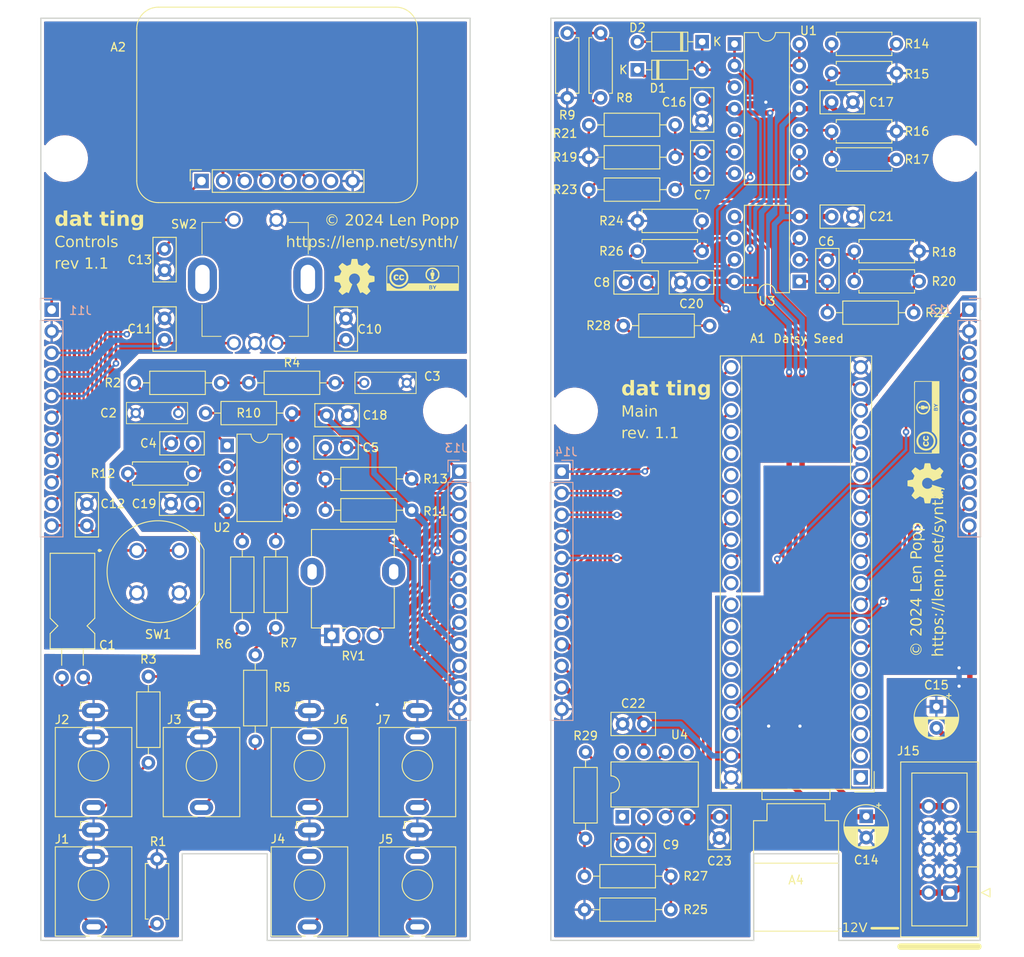
<source format=kicad_pcb>
(kicad_pcb (version 20240108) (generator "pcbnew") (generator_version "8.0")
  (title_block (title "dat-ting Module") (date "2024-10-04") (rev "1.1") (company "Len Popp") (comment 1 "https://lenp.net/synth/") (comment 2 "Copyright © 2024 Len Popp CC BY") (comment 3 "Board settings comply with requirements of OSH Park https://oshpark.com/") (comment 4 "Eurorack multi-function module - 10HP"))
  (layers (0 "F.Cu" signal) (31 "B.Cu" signal) (36 "B.SilkS" user "B.Silkscreen") (37 "F.SilkS" user "F.Silkscreen") (38 "B.Mask" user) (39 "F.Mask" user) (44 "Edge.Cuts" user))
  (property "MODULE" "dat ting")
  (net 0 "")
  (net 1 "+12V")
  (net 2 "GND")
  (net 3 "-12V")
  (net 4 "OLED-CS")
  (net 5 "OLED-RST")
  (net 6 "OLED-CD")
  (net 7 "OLED-SCK")
  (net 8 "OLED-DATA")
  (net 10 "+3V3")
  (net 11 "IN-AUDIO")
  (net 12 "Net-(C7-Pad2)")
  (net 13 "Net-(C6-Pad2)")
  (net 14 "Net-(U2A--)")
  (net 15 "Net-(U2B--)")
  (net 16 "Net-(U3A--)")
  (net 18 "Net-(U3B--)")
  (net 19 "Net-(C8-Pad2)")
  (net 20 "Net-(U1B--)")
  (net 21 "ENC-B")
  (net 22 "ENC-A")
  (net 23 "ENC-SW")
  (net 24 "/+CLAMP")
  (net 25 "Net-(D1-A)")
  (net 26 "Net-(J2-PadT)")
  (net 27 "Net-(J3-PadT)")
  (net 28 "OUT-AUDIO-L")
  (net 29 "/-CLAMP")
  (net 31 "OUT-AUDIO-R")
  (net 33 "SEED-IN-CV-POT")
  (net 34 "SEED-IN-CV-1")
  (net 35 "SEED-IN-CV-2")
  (net 36 "SEED-OUT-AUDIO-R")
  (net 37 "SEED-OUT-AUDIO-L")
  (net 38 "+3V3REF")
  (net 39 "Net-(U2A-+)")
  (net 40 "Net-(U1C-+)")
  (net 41 "Net-(U1D-+)")
  (net 42 "SEED-OUT-CV-1")
  (net 43 "SEED-IN-AUDIO")
  (net 57 "SEED-OUT-CV-2")
  (net 63 "Net-(C1-Pad2)")
  (net 64 "Net-(U2B-+)")
  (net 65 "SEED-IN-SW")
  (net 66 "Net-(C9-Pad2)")
  (net 68 "Net-(R3-Pad2)")
  (net 69 "Net-(U4A--)")
  (net 70 "OUT-CV-2")
  (net 71 "Net-(R5-Pad2)")
  (net 75 "OUT-CV-1")
  (footprint "-lmp-misc:CP_Radial_D5.0mm_P2.50mm" (layer "F.Cu") (at 197.104 123.889887 -90)
    (property "Reference" "C14")
    (property "Value" "10U")
  )
  (footprint "-lmp-misc:CP_Radial_D5.0mm_P2.50mm" (layer "F.Cu") (at 205.359 110.998 -90)
    (property "Reference" "C15")
    (property "Value" "10U")
  )
  (footprint "-lmp-misc:Logo_CC_BY" (layer "F.Cu") (at 204.216 76.962 90)
    (property "Reference" "G1" (hide yes))
    (property "Value" "LOGO" (hide yes))
  )
  (footprint "-lmp-holes:MountingHole_PCB_3.2mm_M3" (layer "F.Cu") (at 207.665996 46.51)
    (property "Reference" "H4" (hide yes))
    (property "Value" "MountingHole_M3")
  )
  (footprint "-lmp-holes:MountingHole_PCB_3.2mm_M3" (layer "F.Cu") (at 102.794 46.51)
    (property "Reference" "H2" (hide yes))
    (property "Value" "MountingHole_M3")
  )
  (footprint "-lmp-synth:IDC-Header-Eurorack-10-TH" (layer "F.Cu") (at 206.99 132.87 180)
    (property "Reference" "J15")
    (property "Value" "Conn_Eurorack_10")
  )
  (footprint "-lmp-misc:Logo_OSHW" (layer "F.Cu") (at 204.089 84.709 90)
    (property "Reference" "G3" (hide yes))
    (property "Value" "LOGO" (hide yes))
  )
  (footprint "-lmp-misc:Logo_CC_BY" (layer "F.Cu") (at 144.907 60.579)
    (property "Reference" "G2" (hide yes))
    (property "Value" "LOGO" (hide yes))
  )
  (footprint "-lmp-misc:Logo_OSHW" (layer "F.Cu") (at 136.906 60.452)
    (property "Reference" "G4" (hide yes))
    (property "Value" "LOGO" (hide yes))
  )
  (footprint "-lmp-misc:C_Disc_D5.0mm_W2.5mm_P2.50mm" (layer "F.Cu") (at 195.54 53.34 180)
    (property "Reference" "C21")
    (property "Value" "100N")
  )
  (footprint "-lmp-misc:R_Axial_DIN0207_L6.3mm_D2.5mm_P7.62mm_Horizontal" (layer "F.Cu") (at 165.862 39.37 90)
    (property "Reference" "R8")
    (property "Value" "100K")
  )
  (footprint "-lmp-misc:R_Axial_DIN0207_L6.3mm_D2.5mm_P10.16mm_Horizontal" (layer "F.Cu") (at 112.649 117.602 90)
    (property "Reference" "R3")
    (property "Value" "120K")
  )
  (footprint "-lmp-misc:C_Disc_D5.0mm_W2.5mm_P2.50mm" (layer "F.Cu") (at 105.41 89.662 90)
    (property "Reference" "C12")
    (property "Value" "100N")
  )
  (footprint "-lmp-synth:SW_Push_C&K_D6R" (layer "F.Cu") (at 111.29 92.616)
    (property "Reference" "SW1")
    (property "Value" "C&K_D6R" (hide yes))
  )
  (footprint "Diode_THT:D_DO-35_SOD27_P7.62mm_Horizontal" (layer "F.Cu") (at 177.8 32.766 180)
    (property "Reference" "D2")
    (property "Value" "1N5711")
  )
  (footprint "-lmp-misc:R_Axial_DIN0207_L6.3mm_D2.5mm_P7.62mm_Horizontal" (layer "F.Cu") (at 195.707 57.404)
    (property "Reference" "R18")
    (property "Value" "36K")
  )
  (footprint "Adafruit:OLED_SPI_128x32_0.91in_NoHoles" (layer "F.Cu") (at 125.25 40.845)
    (property "Reference" "A2")
    (property "Value" "OLED_SPI_128x32")
  )
  (footprint "-lmp-misc:C_Disc_D5.0mm_W2.5mm_P2.50mm" (layer "F.Cu") (at 117.856 80.01 180)
    (property "Reference" "C4")
    (property "Value" "5P6")
  )
  (footprint "-lmp-synth:Jack_3.5mm_QingPu_WQP-PJ398SM_Vertical" (layer "F.Cu") (at 118.9 111.4578)
    (property "Reference" "J3")
    (property "Value" "WQP-PJ398")
  )
  (footprint "-lmp-synth:Encoder_Bourns_PEC11R_Switch" (layer "F.Cu") (at 122.71 68.227)
    (property "Reference" "SW2")
    (property "Value" "PEC11R" (hide yes))
  )
  (footprint "-lmp-synth:Potentiometer_Alpha_RD901F-40-00D_Single_Vertical" (layer "F.Cu") (at 134.21 102.616 90)
    (property "Reference" "RV1")
    (property "Value" "100K")
  )
  (footprint "-lmp-misc:C_Disc_D5.0mm_W2.5mm_P2.50mm" (layer "F.Cu") (at 170.942 127.254 180)
    (property "Reference" "C9")
    (property "Value" "47P")
  )
  (footprint "Package_DIP:DIP-8_W7.62mm" (layer "F.Cu") (at 121.92 80.264)
    (property "Reference" "U2")
    (property "Value" "TL072")
  )
  (footprint "-lmp-misc:R_Axial_DIN0207_L6.3mm_D2.5mm_P7.62mm_Horizontal" (layer "F.Cu") (at 193.04 33.02)
    (property "Reference" "R14")
    (property "Value" "130K")
  )
  (footprint "-lmp-misc:C_Disc_D5.0mm_W2.5mm_P2.50mm" (layer "F.Cu") (at 168.783 61.087)
    (property "Reference" "C8")
    (property "Value" "47P")
  )
  (footprint "-lmp-misc:R_Axial_DIN0207_L6.3mm_D2.5mm_P7.62mm_Horizontal" (layer "F.Cu") (at 161.925 31.75 -90)
    (property "Reference" "R9")
    (property "Value" "33K")
  )
  (footprint "-lmp-misc:R_Axial_DIN0207_L6.3mm_D2.5mm_P10.16mm_Horizontal" (layer "F.Cu") (at 174.625 42.545 180)
    (property "Reference" "R21")
    (property "Value" "200K")
  )
  (footprint "-lmp-misc:C_Rect_Kemet_L7.2mm_W2.5mm_P5mm" (layer "F.Cu") (at 138.049 72.898)
    (property "Reference" "C3")
    (property "Value" "3N3" (hide yes))
  )
  (footprint "-lmp-misc:R_Axial_DIN0207_L6.3mm_D2.5mm_P7.62mm_Horizontal" (layer "F.Cu") (at 177.8 53.848 180)
    (property "Reference" "R24")
    (property "Value" "36K")
  )
  (footprint "-lmp-misc:R_Axial_DIN0207_L6.3mm_D2.5mm_P10.16mm_Horizontal" (layer "F.Cu") (at 174.625 46.355 180)
    (property "Reference" "R19")
    (property "Value" "100K")
  )
  (footprint "-lmp-misc:R_Axial_DIN0207_L6.3mm_D2.5mm_P7.62mm_Horizontal" (layer "F.Cu") (at 193.04 43.307)
    (property "Reference" "R16")
    (property "Value" "20K")
  )
  (footprint "-lmp-misc:R_Axial_DIN0207_L6.3mm_D2.5mm_P10.16mm_Horizontal" (layer "F.Cu") (at 133.477 84.201)
    (property "Reference" "R13")
    (property "Value" "22K")
  )
  (footprint "-lmp-misc:C_Disc_D5.0mm_W2.5mm_P2.50mm" (layer "F.Cu") (at 177.8 39.537 -90)
    (property "Reference" "C16")
    (property "Value" "100N")
  )
  (footprint "-lmp-misc:R_Axial_DIN0207_L6.3mm_D2.5mm_P10.16mm_Horizontal" (layer "F.Cu") (at 174.117 134.874 180)
    (property "Reference" "R25")
    (property "Value" "100K")
  )
  (footprint "-lmp-misc:C_Disc_D5.0mm_W2.5mm_P2.50mm" (layer "F.Cu") (at 114.554 67.818 90)
    (property "Reference" "C11")
    (property "Value" "100N")
  )
  (footprint "-lmp-misc:R_Axial_DIN0207_L6.3mm_D2.5mm_P7.62mm_Horizontal" (layer "F.Cu") (at 195.707 60.96)
    (property "Reference" "R20")
    (property "Value" "100K")
  )
  (footprint "-lmp-misc:R_Axial_DIN0207_L6.3mm_D2.5mm_P10.16mm_Horizontal" (layer "F.Cu") (at 133.477 87.884)
    (property "Reference" "R11")
    (property "Value" "160K")
  )
  (footprint "-lmp-misc:C_Disc_D5.0mm_W2.5mm_P2.50mm" (layer "F.Cu") (at 114.554 57.15 -90)
    (property "Reference" "C13")
    (property "Value" "100N")
  )
  (footprint "-lmp-synth:Jack_3.5mm_QingPu_WQP-PJ398SM_Vertical" (layer "F.Cu") (at 144.3 111.4578)
    (property "Reference" "J7")
    (property "Value" "WQP-PJ398")
  )
  (footprint "-lmp-misc:C_Radial_L11.0mm_D5.0mm_P2.50mm_Horiz" (layer "F.Cu") (at 104.945 107.569 90)
    (property "Reference" "C1")
    (property "Value" "4U7")
  )
  (footprint "-lmp-synth:Jack_3.5mm_QingPu_WQP-PJ398SM_Vertical" (layer "F.Cu") (at 106.2 111.4578)
    (property "Reference" "J2")
    (property "Value" "WQP-PJ398")
  )
  (footprint "-lmp-holes:MountingHole_PCB_3.2mm_M3" (layer "F.Cu") (at 162.794 76.2 90)
    (property "Reference" "H9" (hide yes))
    (property "Value" "MountingHole_M3")
  )
  (footprint "-lmp-misc:R_Axial_DIN0207_L6.3mm_D2.5mm_P10.16mm_Horizontal" (layer "F.Cu") (at 127.635 101.727 90)
    (property "Reference" "R7")
    (property "Value" "120K")
  )
  (footprint "-lmp-misc:C_Disc_D5.0mm_W2.5mm_P2.50mm" (layer "F.Cu") (at 192.532 58.46 -90)
    (property "Reference" "C6")
    (property "Value" "47P")
  )
  (footprint "-lmp-misc:C_Disc_D5.0mm_W2.5mm_P2.50mm" (layer "F.Cu") (at 115.316 87.122)
    (property "Reference" "C19")
    (property "Value" "100N")
  )
  (footprint "-lmp-synth:Module_Daisy_Seed" (layer "F.Cu") (at 196.458 119.323 180)
    (property "Reference" "A1")
    (property "Value" "Daisy_Seed")
  )
  (footprint "-lmp-misc:R_Axial_DIN0207_L6.3mm_D2.5mm_P7.62mm_Horizontal" (layer "F.Cu") (at 117.856 83.566 180)
    (property "Reference" "R12")
    (property "Value" "22K")
  )
  (footprint "-lmp-misc:C_Rect_Kemet_L7.2mm_W2.5mm_P5mm" (layer "F.Cu") (at 116.165 76.454 180)
    (property "Reference" "C2")
    (property "Value" "3N3" (hide yes))
  )
  (footprint "-lmp-misc:R_Axial_DIN0207_L6.3mm_D2.5mm_P10.16mm_Horizontal" (layer "F.Cu") (at 121.158 72.898 180)
    (property "Reference" "R2")
    (property "Value" "33K")
  )
  (footprint "-lmp-misc:R_Axial_DIN0207_L6.3mm_D2.5mm_P10.16mm_Horizontal" (layer "F.Cu") (at 125.222 115.062 90)
    (property "Reference" "R5")
    (property "Value" "120K")
  )
  (footprint "Package_DIP:DIP-8_W7.62mm" (layer "F.Cu") (at 168.402 123.952 90)
    (property "Reference" "U4")
    (property "Value" "TL071")
  )
  (footprint "Diode_THT:D_DO-35_SOD27_P7.62mm_Horizontal" (layer "F.Cu") (at 170.18 36.068)
    (property "Reference" "D1")
    (property "Value" "1N5711")
  )
  (footprint "-lmp-misc:C_Disc_D5.0mm_W2.5mm_P2.50mm" (layer "F.Cu") (at 195.54 39.878 180)
    (property "Reference" "C17")
    (property "Value" "100N")
  )
  (footprint "-lmp-misc:C_Disc_D5.0mm_W2.5mm_P2.50mm" (layer "F.Cu") (at 177.8 45.76 -90)
    (property "Reference" "C7")
    (property "Value" "47P")
  )
  (footprint "-lmp-misc:C_Disc_D5.0mm_W2.5mm_P2.50mm" (layer "F.Cu") (at 133.477 80.518)
    (property "Reference" "C5")
    (property "Value" "5P6")
  )
  (footprint "-lmp-synth:Jack_3.5mm_QingPu_WQP-PJ398SM_Vertical" (layer "F.Cu") (at 144.3 125.504)
    (property "Reference" "J5")
    (property "Value" "WQP-PJ398")
  )
  (footprint "-lmp-synth:Jack_3.5mm_QingPu_WQP-PJ398SM_Vertical" (layer "F.Cu") (at 131.6 125.504)
    (property "Reference" "J4")
    (property "Value" "WQP-PJ398")
  )
  (footprint "-lmp-misc:R_Axial_DIN0207_L6.3mm_D2.5mm_P7.62mm_Horizontal" (layer "F.Cu") (at 113.665 136.525 90)
    (property "Reference" "R1")
    (property "Value" "1M")
  )
  (footprint "-lmp-misc:R_Axial_DIN0207_L6.3mm_D2.5mm_P10.16mm_Horizontal" (layer "F.Cu") (at 178.689 66.167 180)
    (property "Reference" "R28")
    (property "Value" "51R")
  )
  (footprint "-lmp-misc:R_Axial_DIN0207_L6.3mm_D2.5mm_P10.16mm_Horizontal" (layer "F.Cu") (at 192.532 64.643)
    (property "Reference" "R22")
    (property "Value" "51R")
  )
  (footprint "-lmp-misc:C_Disc_D5.0mm_W2.5mm_P2.50mm" (layer "F.Cu") (at 170.942 113.03 180)
    (property "Reference" "C22")
    (property "Value" "100N")
  )
  (footprint "-lmp-misc:C_Disc_D5.0mm_W2.5mm_P2.50mm" (layer "F.Cu") (at 135.89 67.818 90)
    (property "Reference" "C10")
    (property "Value" "100N")
  )
  (footprint "-lmp-misc:C_Disc_D5.0mm_W2.5mm_P2.50mm" (layer "F.Cu") (at 179.832 126.452 90)
    (property "Reference" "C23")
    (property "Value" "100N")
  )
  (footprint "-lmp-misc:R_Axial_DIN0207_L6.3mm_D2.5mm_P10.16mm_Horizontal" (layer "F.Cu") (at 123.698 101.727 90)
    (property "Reference" "R6")
    (property "Value" "120K")
  )
  (footprint "-lmp-synth:Jack_3.5mm_QingPu_WQP-PJ398SM_Vertical" (layer "F.Cu") (at 131.6 111.4578)
    (property "Reference" "J6")
    (property "Value" "WQP-PJ398")
  )
  (footprint "-lmp-misc:R_Axial_DIN0207_L6.3mm_D2.5mm_P10.16mm_Horizontal" (layer "F.Cu") (at 124.46 72.898)
    (property "Reference" "R4")
    (property "Value" "33K")
  )
  (footprint "Package_DIP:DIP-14_W7.62mm" (layer "F.Cu") (at 181.61 33.02)
    (property "Reference" "U1")
    (property "Value" "TL074")
  )
  (footprint "-lmp-misc:R_Axial_DIN0207_L6.3mm_D2.5mm_P10.16mm_Horizontal" (layer "F.Cu") (at 174.117 130.937 180)
    (property "Reference" "R27")
    (property "Value" "200K")
  )
  (footprint "-lmp-misc:C_Disc_D5.0mm_W2.5mm_P2.50mm" (layer "F.Cu") (at 177.8 61.087 180)
    (property "Reference" "C20")
    (property "Value" "100N")
  )
  (footprint "-lmp-connector:USB-Micro-Adapter-90-Outline" (layer "F.Cu") (at 188.849 124.4092 180)
    (property "Reference" "A4")
    (property "Value" "Micro USB Adapter 90deg")
  )
  (footprint "-lmp-misc:C_Disc_D5.0mm_W2.5mm_P2.50mm" (layer "F.Cu") (at 133.604 76.708)
    (property "Reference" "C18")
    (property "Value" "100N")
  )
  (footprint "-lmp-misc:R_Axial_DIN0207_L6.3mm_D2.5mm_P7.62mm_Horizontal" (layer "F.Cu") (at 177.8 57.404 180)
    (property "Reference" "R26")
    (property "Value" "100K")
  )
  (footprint "-lmp-misc:R_Axial_DIN0207_L6.3mm_D2.5mm_P10.16mm_Horizontal" (layer "F.Cu") (at 119.38 76.454)
    (property "Reference" "R10")
    (property "Value" "160K")
  )
  (footprint "-lmp-misc:R_Axial_DIN0207_L6.3mm_D2.5mm_P10.16mm_Horizontal" (layer "F.Cu") (at 164.084 116.332 -90)
    (property "Reference" "R29")
    (property "Value" "51R")
  )
  (footprint "Package_DIP:DIP-8_W7.62mm" (layer "F.Cu") (at 189.23 60.96 180)
    (property "Reference" "U3")
    (property "Value" "TL072")
  )
  (footprint "-lmp-holes:MountingHole_PCB_3.2mm_M3" (layer "F.Cu") (at 147.701 76.2 90)
    (property "Reference" "H7" (hide yes))
    (property "Value" "MountingHole_M3")
  )
  (footprint "-lmp-misc:R_Axial_DIN0207_L6.3mm_D2.5mm_P10.16mm_Horizontal" (layer "F.Cu") (at 174.625 50.165 180)
    (property "Reference" "R23")
    (property "Value" "51R")
  )
  (footprint "-lmp-misc:R_Axial_DIN0207_L6.3mm_D2.5mm_P7.62mm_Horizontal" (layer "F.Cu") (at 200.66 46.609 180)
    (property "Reference" "R17")
    (property "Value" "130K")
  )
  (footprint "-lmp-misc:R_Axial_DIN0207_L6.3mm_D2.5mm_P7.62mm_Horizontal" (layer "F.Cu") (at 193.04 36.449)
    (property "Reference" "R15")
    (property "Value" "20K")
  )
  (footprint "-lmp-synth:Jack_3.5mm_QingPu_WQP-PJ398SM_Vertical" (layer "F.Cu") (at 106.2 125.504)
    (property "Reference" "J1")
    (property "Value" "WQP-PJ398")
  )
  (footprint "Connector_PinSocket_2.54mm:PinSocket_1x11_P2.54mm_Vertical" (layer "B.Cu") (at 101.27 64.29 180)
    (property "Reference" "J11")
    (property "Value" "Conn_Front_Left")
  )
  (footprint "Connector_PinSocket_2.54mm:PinSocket_1x12_P2.54mm_Vertical" (layer "B.Cu") (at 149.230001 83.34 180)
    (property "Reference" "J13")
    (property "Value" "Conn_Front_Right")
  )
  (footprint "Connector_PinHeader_2.54mm:PinHeader_1x11_P2.54mm_Vertical" (layer "B.Cu") (at 209.230001 64.29 180)
    (property "Reference" "J12")
    (property "Value" "Conn_Back_Right")
  )
  (footprint "Connector_PinHeader_2.54mm:PinHeader_1x12_P2.54mm_Vertical" (layer "B.Cu") (at 161.269996 83.34 180)
    (property "Reference" "J14")
    (property "Value" "Conn_Back_Left")
  )
  (gr_line (start 200.833396 137.061) (end 197.759996 137.061) (stroke (width 0.3048)) (layer "F.SilkS"))
  (gr_line (start 160 138.5) (end 160 30) (stroke (width 0.1524)) (layer "Edge.Cuts"))
  (gr_line (start 160 30) (end 210.5 30) (stroke (width 0.1524)) (layer "Edge.Cuts"))
  (gr_line (start 150.5 30) (end 150.5 138.5) (stroke (width 0.1524)) (layer "Edge.Cuts"))
  (gr_line (start 100 30) (end 150.5 30) (stroke (width 0.1524)) (layer "Edge.Cuts"))
  (gr_line (start 183.8706 138.5) (end 160 138.5) (stroke (width 0.1524)) (layer "Edge.Cuts"))
  (gr_line (start 210.5 30) (end 210.5 138.5) (stroke (width 0.1524)) (layer "Edge.Cuts"))
  (gr_line (start 210.5 138.5) (end 193.8706 138.5) (stroke (width 0.1524)) (layer "Edge.Cuts"))
  (gr_line (start 126.6294 138.5) (end 126.6294 128.3) (stroke (width 0.1524)) (layer "Edge.Cuts"))
  (gr_line (start 150.5 138.5) (end 126.6294 138.5) (stroke (width 0.1524)) (layer "Edge.Cuts"))
  (gr_line (start 193.8706 138.5) (end 193.8706 128.3) (stroke (width 0.1524)) (layer "Edge.Cuts"))
  (gr_line (start 116.6294 138.5) (end 100 138.5) (stroke (width 0.1524)) (layer "Edge.Cuts"))
  (gr_line (start 100 138.5) (end 100 30) (stroke (width 0.1524)) (layer "Edge.Cuts"))
  (gr_line (start 116.6294 138.5) (end 116.6294 128.3) (stroke (width 0.1524)) (layer "Edge.Cuts"))
  (gr_line (start 126.6294 128.3) (end 116.6294 128.3) (stroke (width 0.1524)) (layer "Edge.Cuts"))
  (gr_line (start 193.8706 128.3) (end 183.8706 128.3) (stroke (width 0.1524)) (layer "Edge.Cuts"))
  (gr_line (start 183.8706 138.5) (end 183.8706 128.3) (stroke (width 0.1524)) (layer "Edge.Cuts"))
  (gr_text "© 2024 Len Popp" (at 203.073 105.156 90) (layer "F.SilkS") (effects (font (size 1.3 1.3) (thickness 0.1625)) (justify left)))
  (gr_text "-12V" (at 197.251996 137.061 0) (layer "F.SilkS") (effects (font (size 1.1 1.1)) (justify right)))
  (gr_text "${MODULE}" (at 168.275 73.66 0) (layer "F.SilkS") (effects (font (size 1.7 1.7) (thickness 0.34) (bold yes)) (justify left)))
  (gr_text "${MODULE}" (at 101.6 53.721 0) (layer "F.SilkS") (effects (font (size 1.7 1.7) (thickness 0.34) (bold yes)) (justify left)))
  (gr_text "rev ${REVISION}" (at 101.6 58.928 0) (layer "F.SilkS") (effects (font (size 1.3 1.3)) (justify left)))
  (gr_text "© 2024 Len Popp" (at 149.225 53.848 0) (layer "F.SilkS") (effects (font (size 1.3 1.3) (thickness 0.125)) (justify right)))
  (gr_text "https://lenp.net/synth/" (at 205.613 105.156 90) (layer "F.SilkS") (effects (font (size 1.3 1.3) (thickness 0.1524)) (justify left)))
  (gr_text "Daisy Seed" (at 194.564 67.691 0) (layer "F.SilkS") (effects (font (size 1 1)) (justify right)))
  (gr_text "Controls" (at 101.6 56.388 0) (layer "F.SilkS") (effects (font (size 1.3 1.3)) (justify left)))
  (gr_text "rev. ${REVISION}" (at 168.275 78.867 0) (layer "F.SilkS") (effects (font (size 1.3 1.3)) (justify left)))
  (gr_text "https://lenp.net/synth/" (at 149.098 56.388 0) (layer "F.SilkS") (effects (font (size 1.3 1.3) (thickness 0.1524)) (justify right)))
  (gr_text "Main" (at 168.275 76.327 0) (layer "F.SilkS") (effects (font (size 1.3 1.3)) (justify left)))
  (segment (start 185.801 41.148) (end 186.8424 40.1066) (width 0.3048) (layer "F.Cu") (net 1))
  (segment (start 129.54 76.454) (end 133.35 76.454) (width 0.635) (layer "F.Cu") (net 1))
  (segment (start 170.942 113.03) (end 170.942 112.776) (width 0.635) (layer "F.Cu") (net 1))
  (segment (start 186.8424 40.1066) (end 186.8424 38.16985) (width 0.3048) (layer "F.Cu") (net 1))
  (segment (start 177.927 60.96) (end 177.8 61.087) (width 0.635) (layer "F.Cu") (net 1))
  (segment (start 202.184 122.682) (end 204.422 122.682) (width 0.635) (layer "F.Cu") (net 1))
  (segment (start 133.35 76.454) (end 133.604 76.708) (width 0.635) (layer "F.Cu") (net 1))
  (segment (start 129.54 80.264) (end 129.54 76.454) (width 0.635) (layer "F.Cu") (net 1))
  (segment (start 188.18225 36.83) (end 190.2714 36.83) (width 0.3048) (layer "F.Cu") (net 1))
  (segment (start 179.578 40.64) (end 178.475 39.537) (width 0.635) (layer "F.Cu") (net 1))
  (segment (start 170.942 116.332) (end 170.942 113.03) (width 0.635) (layer "F.Cu") (net 1))
  (segment (start 181.61 60.96) (end 177.927 60.96) (width 0.635) (layer "F.Cu") (net 1))
  (segment (start 185.801 41.148) (end 182.118 41.148) (width 0.635) (layer "F.Cu") (net 1))
  (segment (start 181.218 116.783) (end 184.93 116.783) (width 0.635) (layer "F.Cu") (net 1))
  (segment (start 188.035 118.364) (end 187.273 119.126) (width 0.635) (layer "F.Cu") (net 1))
  (segment (start 190.2714 36.83) (end 193.04 34.0614) (width 0.3048) (layer "F.Cu") (net 1))
  (segment (start 181.61 40.64) (end 179.578 40.64) (width 0.635) (layer "F.Cu") (net 1))
  (segment (start 178.475 39.537) (end 177.8 39.537) (width 0.635) (layer "F.Cu") (net 1))
  (segment (start 200.914 123.952) (end 202.184 122.682) (width 0.635) (layer "F.Cu") (net 1))
  (segment (start 187.273 119.126) (end 192.099 123.952) (width 0.635) (layer "F.Cu") (net 1))
  (segment (start 184.93 116.783) (end 187.273 119.126) (width 0.635) (layer "F.Cu") (net 1))
  (segment (start 192.099 123.952) (end 200.914 123.952) (width 0.635) (layer "F.Cu") (net 1))
  (segment (start 193.04 34.0614) (end 193.04 33.02) (width 0.3048) (layer "F.Cu") (net 1))
  (segment (start 188.035 71.628) (end 188.035 118.364) (width 0.635) (layer "F.Cu") (net 1))
  (segment (start 161.826 103.66) (end 161.269996 103.66) (width 0.635) (layer "F.Cu") (net 1))
  (segment (start 206.99 122.71) (end 204.45 122.71) (width 0.762) (layer "F.Cu") (net 1))
  (segment (start 186.8424 38.16985) (end 188.18225 36.83) (width 0.3048) (layer "F.Cu") (net 1))
  (segment (start 170.942 112.776) (end 161.826 103.66) (width 0.635) (layer "F.Cu") (net 1))
  (segment (start 204.422 122.682) (end 204.45 122.71) (width 0.635) (layer "F.Cu") (net 1))
  (segment (start 182.118 41.148) (end 181.61 40.64) (width 0.635) (layer "F.Cu") (net 1))
  (via (at 185.801 41.148) (size 0.762) (drill 0.381) (layers "F.Cu" "B.Cu") (net 1))
  (via (at 188.035 71.628) (size 0.762) (drill 0.381) (layers "F.Cu" "B.Cu") (net 1))
  (segment (start 181.61 60.96) (end 184.785 60.96) (width 0.635) (layer "B.Cu") (net 1))
  (segment (start 184.785 62.357) (end 184.785 60.96) (width 0.635) (layer "B.Cu") (net 1))
  (segment (start 145.288 100.203) (end 145.288 89.535) (width 0.635) (layer "B.Cu") (net 1))
  (segment (start 185.801 51.816) (end 184.785 52.832) (width 0.635) (layer "B.Cu") (net 1))
  (segment (start 135.382 78.74) (end 136.779 78.74) (width 0.635) (layer "B.Cu") (net 1))
  (segment (start 179.013 116.783) (end 175.26 113.03) (width 0.635) (layer "B.Cu") (net 1))
  (segment (start 184.785 62.738) (end 184.785 62.357) (width 0.635) (layer "B.Cu") (net 1))
  (segment (start 136.779 78.74) (end 139.192 81.153) (width 0.635) (layer "B.Cu") (net 1))
  (segment (start 188.035 71.628) (end 188.035 65.988) (width 0.635) (layer "B.Cu") (net 1))
  (segment (start 143.51 87.884) (end 143.637 87.884) (width 0.635) (layer "B.Cu") (net 1))
  (segment (start 133.604 76.962) (end 135.382 78.74) (width 0.635) (layer "B.Cu") (net 1))
  (segment (start 188.035 65.988) (end 184.785 62.738) (width 0.635) (layer "B.Cu") (net 1))
  (segment (start 133.604 76.708) (end 133.604 76.962) (width 0.635) (layer "B.Cu") (net 1))
  (segment (start 148.745 103.66) (end 145.288 100.203) (width 0.635) (layer "B.Cu") (net 1))
  (segment (start 149.230001 103.66) (end 148.745 103.66) (width 0.635) (layer "B.Cu") (net 1))
  (segment (start 175.26 113.03) (end 170.942 113.03) (width 0.635) (layer "B.Cu") (net 1))
  (segment (start 185.801 41.148) (end 185.801 51.816) (width 0.635) (layer "B.Cu") (net 1))
  (segment (start 139.192 83.566) (end 143.51 87.884) (width 0.635) (layer "B.Cu") (net 1))
  (segment (start 145.288 89.535) (end 143.637 87.884) (width 0.635) (layer "B.Cu") (net 1))
  (segment (start 139.192 81.153) (end 139.192 83.566) (width 0.635) (layer "B.Cu") (net 1))
  (segment (start 181.218 116.783) (end 179.013 116.783) (width 0.635) (layer "B.Cu") (net 1))
  (segment (start 184.785 52.832) (end 184.785 60.96) (width 0.635) (layer "B.Cu") (net 1))
  (segment (start 196.458 71.063) (end 196.601 71.063) (width 0.3048) (layer "F.Cu") (net 2))
  (segment (start 209.296 108.585) (end 209.296 106.426) (width 0.635) (layer "F.Cu") (net 2))
  (via (at 139.573 110.744) (size 0.762) (drill 0.381) (layers "F.Cu" "B.Cu") (net 2))
  (via (at 189.305 113.284) (size 0.762) (drill 0.381) (layers "F.Cu" "B.Cu") (net 2))
  (via (at 208.026 108.585) (size 0.762) (drill 0.381) (layers "F.Cu" "B.Cu") (net 2))
  (via (at 185.622 113.284) (size 0.762) (drill 0.381) (layers "F.Cu" "B.Cu") (net 2))
  (via (at 208.026 106.426) (size 0.762) (drill 0.381) (layers "F.Cu" "B.Cu") (net 2))
  (via (at 185.293 39.878) (size 0.762) (drill 0.381) (layers "F.Cu" "B.Cu") (net 2))
  (segment (start 208.026 108.585) (end 208.026 106.426) (width 0.635) (layer "B.Cu") (net 2))
  (segment (start 179.832 123.952) (end 184.023 123.952) (width 0.635) (layer "F.Cu") (net 3))
  (segment (start 207.49 132.87) (end 206.99 132.87) (width 0.635) (layer "F.Cu") (net 3))
  (segment (start 176.022 123.952) (end 176.022 135.763) (width 0.635) (layer "F.Cu") (net 3))
  (segment (start 191.7815 113.8555) (end 191.7815 118.5545) (width 0.635) (layer "F.Cu") (net 3))
  (segment (start 193.04 39.878) (end 193.04 40.386) (width 0.635) (layer "F.Cu") (net 3))
  (segment (start 200.279 122.047) (end 201.549 120.777) (width 0.635) (layer "F.Cu") (net 3))
  (segment (start 161.163 135.001) (end 161.163 114.3635) (width 0.635) (layer "F.Cu") (net 3))
  (segment (start 205.359 113.498) (end 207.899 116.038) (width 0.635) (layer "F.Cu") (net 3))
  (segment (start 163.195 137.033) (end 161.163 135.001) (width 0.635) (layer "F.Cu") (net 3))
  (segment (start 176.022 135.763) (end 174.752 137.033) (width 0.635) (layer "F.Cu") (net 3))
  (segment (start 121.92 92.329) (end 121.92 87.884) (width 0.635) (layer "F.Cu") (net 3))
  (segment (start 193.04 39.878) (end 192.278 40.64) (width 0.635) (layer "F.Cu") (net 3))
  (segment (start 189.559 111.633) (end 190.321 112.395) (width 0.635) (layer "F.Cu") (net 3))
  (segment (start 193.294 125.857) (end 200.303887 132.866887) (width 0.635) (layer "F.Cu") (net 3))
  (segment (start 123.063 93.472) (end 121.92 92.329) (width 0.635) (layer "F.Cu") (net 3))
  (segment (start 190.321 112.395) (end 191.7815 113.8555) (width 0.635) (layer "F.Cu") (net 3))
  (segment (start 191.7815 118.5545) (end 195.274 122.047) (width 0.635) (layer "F.Cu") (net 3))
  (segment (start 141.478 91.313) (end 131.445 91.313) (width 0.635) (layer "F.Cu") (net 3))
  (segment (start 129.286 93.472) (end 123.063 93.472) (width 0.635) (layer "F.Cu") (net 3))
  (segment (start 209.042 121.92) (end 209.042 131.318) (width 0.635) (layer "F.Cu") (net 3))
  (segment (start 174.752 137.033) (end 163.195 137.033) (width 0.635) (layer "F.Cu") (net 3))
  (segment (start 118.578 87.884) (end 117.816 87.122) (width 0.635) (layer "F.Cu") (net 3))
  (segment (start 201.549 120.777) (end 207.899 120.777) (width 0.635) (layer "F.Cu") (net 3))
  (segment (start 185.928 125.857) (end 193.294 125.857) (width 0.635) (layer "F.Cu") (net 3))
  (segment (start 193.04 40.386) (end 199.263 46.609) (width 0.635) (layer "F.Cu") (net 3))
  (segment (start 189.559 71.628) (end 189.559 111.633) (width 0.635) (layer "F.Cu") (net 3))
  (segment (start 163.449 112.0775) (end 163.449 110.49) (width 0.635) (layer "F.Cu") (net 3))
  (segment (start 121.92 87.884) (end 118.578 87.884) (width 0.635) (layer "F.Cu") (net 3))
  (segment (start 195.274 122.047) (end 200.279 122.047) (width 0.635) (layer "F.Cu") (net 3))
  (segment (start 179.832 123.952) (end 176.022 123.952) (width 0.635) (layer "F.Cu") (net 3))
  (segment (start 161.163 114.3635) (end 163.449 112.0775) (width 0.635) (layer "F.Cu") (net 3))
  (segment (start 199.263 46.609) (end 200.66 46.609) (width 0.635) (layer "F.Cu") (net 3))
  (segment (start 192.278 40.64) (end 189.23 40.64) (width 0.635) (layer "F.Cu") (net 3))
  (segment (start 184.023 123.952) (end 185.928 125.857) (width 0.635) (layer "F.Cu") (net 3))
  (segment (start 200.303887 132.866887) (end 202.180887 132.866887) (width 0.635) (layer "F.Cu") (net 3))
  (segment (start 209.042 131.318) (end 207.49 132.87) (width 0.635) (layer "F.Cu") (net 3))
  (segment (start 163.449 110.49) (end 161.699 108.74) (width 0.635) (layer "F.Cu") (net 3))
  (segment (start 207.899 116.038) (end 207.899 120.777) (width 0.635) (layer "F.Cu") (net 3))
  (segment (start 207.899 120.777) (end 209.042 121.92) (width 0.635) (layer "F.Cu") (net 3))
  (segment (start 189.23 53.34) (end 193.04 53.34) (width 0.635) (layer "F.Cu") (net 3))
  (segment (start 190.321 112.395) (end 189.7495 111.8235) (width 0.635) (layer "F.Cu") (net 3))
  (segment (start 206.99 132.87) (end 204.45 132.87) (width 0.762) (layer "F.Cu") (net 3))
  (segment (start 202.184 132.87) (end 204.45 132.87) (width 0.635) (layer "F.Cu") (net 3))
  (segment (start 161.699 108.74) (end 161.269996 108.74) (width 0.635) (layer "F.Cu") (net 3))
  (segment (start 131.445 91.313) (end 129.286 93.472) (width 0.635) (layer "F.Cu") (net 3))
  (via (at 189.559 71.628) (size 0.762) (drill 0.381) (layers "F.Cu" "B.Cu") (net 3))
  (via (at 141.478 91.313) (size 0.762) (drill 0.381) (layers "F.Cu" "B.Cu") (net 3))
  (segment (start 189.559 71.628) (end 189.559 65.353) (width 0.635) (layer "B.Cu") (net 3))
  (segment (start 143.891 103.632) (end 143.891 93.726) (width 0.635) (layer "B.Cu") (net 3))
  (segment (start 189.23 40.64) (end 187.198 42.672) (width 0.635) (layer "B.Cu") (net 3))
  (segment (start 148.999 108.74) (end 143.891 103.632) (width 0.635) (layer "B.Cu") (net 3))
  (segment (start 187.198 53.34) (end 189.23 53.34) (width 0.635) (layer "B.Cu") (net 3))
  (segment (start 189.559 65.353) (end 186.309 62.103) (width 0.635) (layer "B.Cu") (net 3))
  (segment (start 186.309 62.103) (end 186.309 54.229) (width 0.635) (layer "B.Cu") (net 3))
  (segment (start 187.198 53.34) (end 186.309 54.229) (width 0.635) (layer "B.Cu") (net 3))
  (segment (start 143.891 93.726) (end 141.478 91.313) (width 0.635) (layer "B.Cu") (net 3))
  (segment (start 149.230001 108.74) (end 148.999 108.74) (width 0.635) (layer "B.Cu") (net 3))
  (segment (start 187.198 42.672) (end 187.198 53.34) (width 0.635) (layer "B.Cu") (net 3))
  (segment (start 196.458 101.543) (end 198.05 101.543) (width 0.3048) (layer "F.Cu") (net 4))
  (segment (start 107.569 60.452) (end 118.8702 49.1508) (width 0.3048) (layer "F.Cu") (net 4))
  (segment (start 206.756 92.837) (end 206.756 89.624001) (width 0.3048) (layer "F.Cu") (net 4))
  (segment (start 118.8702 49.1508) (end 118.9 49.1508) (width 0.3048) (layer "F.Cu") (net 4))
  (segment (start 107.569 80.851) (end 107.569 60.452) (width 0.3048) (layer "F.Cu") (net 4))
  (segment (start 206.756 89.624001) (end 209.230001 87.15) (width 0.3048) (layer "F.Cu") (net 4))
  (segment (start 101.27 87.15) (end 107.569 80.851) (width 0.3048) (layer "F.Cu") (net 4))
  (segment (start 198.05 101.543) (end 206.756 92.837) (width 0.3048) (layer "F.Cu") (net 4))
  (segment (start 204.552001 92.538001) (end 204.552001 91.948) (width 0.3048) (layer "F.Cu") (net 5))
  (segment (start 205.149501 88.690501) (end 209.230001 84.61) (width 0.3048) (layer "F.Cu") (net 5))
  (segment (start 101.27 84.61) (end 106.553 79.327) (width 0.3048) (layer "F.Cu") (net 5))
  (segment (start 106.553 79.327) (end 106.553 58.42) (width 0.3048) (layer "F.Cu") (net 5))
  (segment (start 121.44 48.161) (end 121.44 49.1508) (width 0.3048) (layer "F.Cu") (net 5))
  (segment (start 199.11 98.653) (end 204.552001 93.210999) (width 0.3048) (layer "F.Cu") (net 5))
  (segment (start 117.602 47.371) (end 120.65 47.371) (width 0.3048) (layer "F.Cu") (net 5))
  (segment (start 204.425001 92.665001) (end 204.552001 92.538001) (width 0.3048) (layer "F.Cu") (net 5))
  (segment (start 204.552001 93.210999) (end 204.552001 91.948) (width 0.3048) (layer "F.Cu") (net 5))
  (segment (start 204.552001 89.288001) (end 205.149501 88.690501) (width 0.3048) (layer "F.Cu") (net 5))
  (segment (start 204.552001 91.948) (end 204.552001 89.288001) (width 0.3048) (layer "F.Cu") (net 5))
  (segment (start 106.553 58.42) (end 117.602 47.371) (width 0.3048) (layer "F.Cu") (net 5))
  (segment (start 120.65 47.371) (end 121.44 48.161) (width 0.3048) (layer "F.Cu") (net 5))
  (via (at 199.11 98.653) (size 0.762) (drill 0.381) (layers "F.Cu" "B.Cu") (net 5))
  (segment (start 199.11 98.653) (end 197.4838 100.2792) (width 0.3048) (layer "B.Cu") (net 5))
  (segment (start 197.4838 100.2792) (end 192.6578 100.2792) (width 0.3048) (layer "B.Cu") (net 5))
  (segment (start 192.591 100.33) (end 181.218 111.703) (width 0.3048) (layer "B.Cu") (net 5))
  (segment (start 192.6578 100.2792) (end 192.607 100.33) (width 0.3048) (layer "B.Cu") (net 5))
  (segment (start 192.607 100.33) (end 192.591 100.33) (width 0.3048) (layer "B.Cu") (net 5))
  (segment (start 203.167001 90.043) (end 203.167001 88.132999) (width 0.3048) (layer "F.Cu") (net 6))
  (segment (start 101.27 82.07) (end 105.537 77.803) (width 0.3048) (layer "F.Cu") (net 6))
  (segment (start 204.197 87.103) (end 209.230001 82.07) (width 0.3048) (layer "F.Cu") (net 6))
  (segment (start 203.167001 88.132999) (end 204.197 87.103) (width 0.3048) (layer "F.Cu") (net 6))
  (segment (start 105.537 58.039) (end 117.221 46.355) (width 0.3048) (layer "F.Cu") (net 6))
  (segment (start 105.537 77.803) (end 105.537 58.039) (width 0.3048) (layer "F.Cu") (net 6))
  (segment (start 117.221 46.355) (end 121.1842 46.355) (width 0.3048) (layer "F.Cu") (net 6))
  (segment (start 121.1842 46.355) (end 123.98 49.1508) (width 0.3048) (layer "F.Cu") (net 6))
  (via (at 203.167001 90.043) (size 0.762) (drill 0.381) (layers "F.Cu" "B.Cu") (net 6))
  (segment (start 203.148 90.043) (end 196.728 96.463) (width 0.3048) (layer "B.Cu") (net 6))
  (segment (start 196.728 96.463) (end 196.458 96.463) (width 0.3048) (layer "B.Cu") (net 6))
  (segment (start 203.167001 90.043) (end 203.148 90.043) (width 0.3048) (layer "B.Cu") (net 6))
  (segment (start 201.624 88.063) (end 201.624 93.837) (width 0.3048) (layer "F.Cu") (net 7))
  (segment (start 207.391 81.369001) (end 207.391 82.296) (width 0.3048) (layer "F.Cu") (net 7))
  (segment (start 101.27 79.53) (end 104.521 76.279) (width 0.3048) (layer "F.Cu") (net 7))
  (segment (start 207.391 82.296) (end 201.624 88.063) (width 0.3048) (layer "F.Cu") (net 7))
  (segment (start 122.7082 45.339) (end 126.52 49.1508) (width 0.3048) (layer "F.Cu") (net 7))
  (segment (start 209.230001 79.53) (end 207.391 81.369001) (width 0.3048) (layer "F.Cu") (net 7))
  (segment (start 201.624 93.837) (end 196.458 99.003) (width 0.3048) (layer "F.Cu") (net 7))
  (segment (start 104.521 76.279) (end 104.521 57.658) (width 0.3048) (layer "F.Cu") (net 7))
  (segment (start 116.84 45.339) (end 122.7082 45.339) (width 0.3048) (layer "F.Cu") (net 7))
  (segment (start 104.521 57.658) (end 116.84 45.339) (width 0.3048) (layer "F.Cu") (net 7))
  (segment (start 200.025 90.356) (end 196.458 93.923) (width 0.3048) (layer "F.Cu") (net 8))
  (segment (start 209.230001 76.99) (end 206.375 79.845001) (width 0.3048) (layer "F.Cu") (net 8))
  (segment (start 200.025 88.011) (end 200.025 90.356) (width 0.3048) (layer "F.Cu") (net 8))
  (segment (start 103.378 74.882) (end 103.378 57.404) (width 0.3048) (layer "F.Cu") (net 8))
  (segment (start 103.378 57.404) (end 116.586 44.196) (width 0.3048) (layer "F.Cu") (net 8))
  (segment (start 116.586 44.196) (end 124.1052 44.196) (width 0.3048) (layer "F.Cu") (net 8))
  (segment (start 124.1052 44.196) (end 129.06 49.1508) (width 0.3048) (layer "F.Cu") (net 8))
  (segment (start 206.375 81.661) (end 200.025 88.011) (width 0.3048) (layer "F.Cu") (net 8))
  (segment (start 101.27 76.99) (end 103.378 74.882) (width 0.3048) (layer "F.Cu") (net 8))
  (segment (start 206.375 79.845001) (end 206.375 81.661) (width 0.3048) (layer "F.Cu") (net 8))
  (segment (start 208.76 76.99) (end 209.230001 76.99) (width 0.3048) (layer "F.Cu") (net 8))
  (segment (start 101.27 58.115) (end 116.205 43.18) (width 0.3048) (layer "F.Cu") (net 10))
  (segment (start 201.7891 78.6765) (end 201.7891 73.8009) (width 0.3048) (layer "F.Cu") (net 10))
  (segment (start 203.2 72.39) (end 205.4606 70.1294) (width 0.3048) (layer "F.Cu") (net 10))
  (segment (start 116.205 43.18) (end 125.6292 43.18) (width 0.3048) (layer "F.Cu") (net 10))
  (segment (start 125.6292 43.18) (end 131.6 49.1508) (width 0.3048) (layer "F.Cu") (net 10))
  (segment (start 201.7891 73.8009) (end 203.2 72.39) (width 0.3048) (layer "F.Cu") (net 10))
  (segment (start 101.27 64.29) (end 101.27 58.115) (width 0.3048) (layer "F.Cu") (net 10))
  (segment (start 186.638 108.823) (end 181.218 114.243) (width 0.3048) (layer "F.Cu") (net 10))
  (segment (start 205.4606 67.7164) (end 208.887 64.29) (width 0.3048) (layer "F.Cu") (net 10))
  (segment (start 205.4606 70.1294) (end 205.4606 67.7164) (width 0.3048) (layer "F.Cu") (net 10))
  (segment (start 208.887 64.29) (end 209.230001 64.29) (width 0.3048) (layer "F.Cu") (net 10))
  (segment (start 186.638 93.726) (end 186.638 108.823) (width 0.3048) (layer "F.Cu") (net 10))
  (via (at 201.7891 78.6765) (size 0.762) (drill 0.381) (layers "F.Cu" "B.Cu") (net 10))
  (via (at 186.638 93.599) (size 0.762) (drill 0.381) (layers "F.Cu" "B.Cu") (net 10))
  (segment (start 195.961 85.0392) (end 195.2498 85.0392) (width 0.3048) (layer "B.Cu") (net 10))
  (segment (start 201.7891 78.6765) (end 201.7891 80.7859) (width 0.3048) (layer "B.Cu") (net 10))
  (segment (start 201.7891 80.7859) (end 197.5358 85.0392) (width 0.3048) (layer "B.Cu") (net 10))
  (segment (start 197.5358 85.0392) (end 195.961 85.0392) (width 0.3048) (layer "B.Cu") (net 10))
  (segment (start 186.638 93.651) (end 186.638 93.726) (width 0.3048) (layer "B.Cu") (net 10))
  (segment (start 195.2498 85.0392) (end 186.638 93.651) (width 0.3048) (layer "B.Cu") (net 10))
  (segment (start 132.207 100.711) (end 123.825 109.093) (width 0.3048) (layer "F.Cu") (net 11))
  (segment (start 144.018 96.172) (end 139.479 100.711) (width 0.3048) (layer "F.Cu") (net 11))
  (segment (start 162.814 71.12) (end 162.814 41.91) (width 0.3048) (layer "F.Cu") (net 11))
  (segment (start 144.018 93.472) (end 144.018 96.172) (width 0.3048) (layer "F.Cu") (net 11))
  (segment (start 166.37 80.01) (end 166.37 74.676) (width 0.3048) (layer "F.Cu") (net 11))
  (segment (start 123.825 109.093) (end 106.513 109.093) (width 0.3048) (layer "F.Cu") (net 11))
  (segment (start 146.53 90.96) (end 144.018 93.472) (width 0.3048) (layer "F.Cu") (net 11))
  (segment (start 163.068 89.161996) (end 163.068 83.312) (width 0.3048) (layer "F.Cu") (net 11))
  (segment (start 166.37 74.676) (end 162.814 71.12) (width 0.3048) (layer "F.Cu") (net 11))
  (segment (start 165.862 39.37) (end 165.862 39.497) (width 0.3048) (layer "F.Cu") (net 11))
  (segment (start 162.814 41.91) (end 165.354 39.37) (width 0.3048) (layer "F.Cu") (net 11))
  (segment (start 163.068 83.312) (end 166.37 80.01) (width 0.3048) (layer "F.Cu") (net 11))
  (segment (start 165.354 39.37) (end 165.862 39.37) (width 0.3048) (layer "F.Cu") (net 11))
  (segment (start 106.513 109.093) (end 104.989 107.569) (width 0.3048) (layer "F.Cu") (net 11))
  (segment (start 139.479 100.711) (end 132.207 100.711) (width 0.3048) (layer "F.Cu") (net 11))
  (segment (start 149.230001 90.96) (end 146.53 90.96) (width 0.3048) (layer "F.Cu") (net 11))
  (segment (start 161.269996 90.96) (end 163.068 89.161996) (width 0.3048) (layer "F.Cu") (net 11))
  (segment (start 176.57 48.22) (end 174.625 50.165) (width 0.3048) (layer "F.Cu") (net 12))
  (segment (start 181.61 48.26) (end 177.84 48.26) (width 0.3048) (layer "F.Cu") (net 12))
  (segment (start 177.8 48.22) (end 176.57 48.22) (width 0.3048) (layer "F.Cu") (net 12))
  (segment (start 177.84 48.26) (end 177.8 48.22) (width 0.3048) (layer "F.Cu") (net 12))
  (segment (start 192.532 64.643) (end 192.532 60.96) (width 0.3048) (layer "F.Cu") (net 13))
  (segment (start 189.23 60.96) (end 192.532 60.96) (width 0.3048) (layer "F.Cu") (net 13))
  (segment (start 123.571 81.788) (end 122.555 82.804) (width 0.3048) (layer "F.Cu") (net 14))
  (segment (start 118.364 83.566) (end 117.856 83.566) (width 0.3048) (layer "F.Cu") (net 14))
  (segment (start 122.555 82.804) (end 121.92 82.804) (width 0.3048) (layer "F.Cu") (net 14))
  (segment (start 123.571 79.121) (end 123.571 81.788) (width 0.3048) (layer "F.Cu") (net 14))
  (segment (start 120.904 76.454) (end 123.571 79.121) (width 0.3048) (layer "F.Cu") (net 14))
  (segment (start 121.92 82.804) (end 119.126 82.804) (width 0.3048) (layer "F.Cu") (net 14))
  (segment (start 119.38 76.454) (end 120.904 76.454) (width 0.3048) (layer "F.Cu") (net 14))
  (segment (start 119.126 82.804) (end 118.364 83.566) (width 0.3048) (layer "F.Cu") (net 14))
  (segment (start 119.126 82.804) (end 117.856 81.534) (width 0.3048) (layer "F.Cu") (net 14))
  (segment (start 117.856 81.534) (end 117.856 80.01) (width 0.3048) (layer "F.Cu") (net 14))
  (segment (start 133.477 84.201) (end 133.477 84.074) (width 0.3048) (layer "F.Cu") (net 15))
  (segment (start 133.604 80.264) (end 133.604 81.28) (width 0.3048) (layer "F.Cu") (net 15))
  (segment (start 133.604 81.28) (end 132.1435 82.7405) (width 0.3048) (layer "F.Cu") (net 15))
  (segment (start 132.1435 82.7405) (end 129.54 85.344) (width 0.3048) (layer "F.Cu") (net 15))
  (segment (start 133.477 84.074) (end 132.1435 82.7405) (width 0.3048) (layer "F.Cu") (net 15))
  (segment (start 133.477 87.884) (end 133.477 84.201) (width 0.3048) (layer "F.Cu") (net 15))
  (segment (start 192.532 58.42) (end 193.167 57.785) (width 0.3048) (layer "F.Cu") (net 16))
  (segment (start 189.23 58.42) (end 192.492 58.42) (width 0.3048) (layer "F.Cu") (net 16))
  (segment (start 195.326 57.785) (end 195.707 57.404) (width 0.3048) (layer "F.Cu") (net 16))
  (segment (start 195.707 60.96) (end 195.707 57.404) (width 0.3048) (layer "F.Cu") (net 16))
  (segment (start 193.167 57.785) (end 195.326 57.785) (width 0.3048) (layer "F.Cu") (net 16))
  (segment (start 192.492 58.42) (end 192.532 58.46) (width 0.3048) (layer "F.Cu") (net 16))
  (segment (start 192.532 58.46) (end 192.532 58.42) (width 0.3048) (layer "F.Cu") (net 16))
  (segment (start 177.8 57.404) (end 172.593 57.404) (width 0.3048) (layer "F.Cu") (net 18))
  (segment (start 168.91 61.087) (end 168.783 61.087) (width 0.3048) (layer "F.Cu") (net 18))
  (segment (start 172.593 57.404) (end 168.91 61.087) (width 0.3048) (layer "F.Cu") (net 18))
  (segment (start 179.324 55.88) (end 181.61 55.88) (width 0.3048) (layer "F.Cu") (net 18))
  (segment (start 177.8 53.848) (end 177.8 57.404) (width 0.3048) (layer "F.Cu") (net 18))
  (segment (start 177.8 57.404) (end 179.324 55.88) (width 0.3048) (layer "F.Cu") (net 18))
  (segment (start 173.188 59.182) (end 171.283 61.087) (width 0.3048) (layer "F.Cu") (net 19))
  (segment (start 176.49 66.167) (end 178.689 66.167) (width 0.3048) (layer "F.Cu") (net 19))
  (segment (start 180.848 59.182) (end 173.188 59.182) (width 0.3048) (layer "F.Cu") (net 19))
  (segment (start 171.283 61.087) (end 171.41 61.087) (width 0.3048) (layer "F.Cu") (net 19))
  (segment (start 171.41 61.087) (end 176.49 66.167) (width 0.3048) (layer "F.Cu") (net 19))
  (segment (start 181.61 58.42) (end 180.848 59.182) (width 0.3048) (layer "F.Cu") (net 19))
  (segment (start 174.625 46.355) (end 174.625 42.545) (width 0.3048) (layer "F.Cu") (net 20))
  (segment (start 177.546 45.974) (end 175.006 45.974) (width 0.3048) (layer "F.Cu") (net 20))
  (segment (start 177.8 45.72) (end 177.546 45.974) (width 0.3048) (layer "F.Cu") (net 20))
  (segment (start 181.61 45.72) (end 177.8 45.72) (width 0.3048) (layer "F.Cu") (net 20))
  (segment (start 175.006 45.974) (end 174.625 46.355) (width 0.3048) (layer "F.Cu") (net 20))
  (segment (start 113.792 63.5) (end 116.205 63.5) (width 0.3048) (layer "F.Cu") (net 21))
  (segment (start 197.415 86.303) (end 203.148 80.57) (width 0.3048) (layer "F.Cu") (net 21))
  (segment (start 203.148 75.452001) (end 209.230001 69.37) (width 0.3048) (layer "F.Cu") (net 21))
  (segment (start 110.236 67.183) (end 110.236 67.056) (width 0.3048) (layer "F.Cu") (net 21))
  (segment (start 116.205 63.5) (end 117.348 64.643) (width 0.3048) (layer "F.Cu") (net 21))
  (segment (start 203.148 80.57) (end 203.148 78.994) (width 0.3048) (layer "F.Cu") (net 21))
  (segment (start 127.71 67.766) (end 127.71 68.227) (width 0.3048) (layer "F.Cu") (net 21))
  (segment (start 196.458 86.303) (end 197.415 86.303) (width 0.3048) (layer "F.Cu") (net 21))
  (segment (start 124.587 64.643) (end 127.71 67.766) (width 0.3048) (layer "F.Cu") (net 21))
  (segment (start 127.71 68.227) (end 135.481 68.227) (width 0.3048) (layer "F.Cu") (net 21))
  (segment (start 110.236 67.056) (end 113.792 63.5) (width 0.3048) (layer "F.Cu") (net 21))
  (segment (start 135.481 68.227) (end 135.89 67.818) (width 0.3048) (layer "F.Cu") (net 21))
  (segment (start 203.148 78.994) (end 203.148 75.452001) (width 0.3048) (layer "F.Cu") (net 21))
  (segment (start 117.348 64.643) (end 124.587 64.643) (width 0.3048) (layer "F.Cu") (net 21))
  (via (at 110.109 67.183) (size 0.762) (drill 0.381) (layers "F.Cu" "B.Cu") (net 21))
  (segment (start 105.636 69.37) (end 107.823 67.183) (width 0.3048) (layer "B.Cu") (net 21))
  (segment (start 107.823 67.183) (end 110.236 67.183) (width 0.3048) (layer "B.Cu") (net 21))
  (segment (start 101.27 69.37) (end 105.636 69.37) (width 0.3048) (layer "B.Cu") (net 21))
  (segment (start 196.458 88.843) (end 196.458 88.784) (width 0.3048) (layer "F.Cu") (net 22))
  (segment (start 204.2402 81.0018) (end 204.2402 76.899801) (width 0.3048) (layer "F.Cu") (net 22))
  (segment (start 204.2402 76.899801) (end 209.230001 71.91) (width 0.3048) (layer "F.Cu") (net 22))
  (segment (start 122.71 68.227) (end 114.963 68.227) (width 0.3048) (layer "F.Cu") (net 22))
  (segment (start 114.963 68.227) (end 114.554 67.818) (width 0.3048) (layer "F.Cu") (net 22))
  (segment (start 196.458 88.784) (end 204.2402 81.0018) (width 0.3048) (layer "F.Cu") (net 22))
  (segment (start 114.554 67.818) (end 113.792 68.58) (width 0.3048) (layer "B.Cu") (net 22))
  (segment (start 105.664 71.91) (end 101.27 71.91) (width 0.3048) (layer "B.Cu") (net 22))
  (segment (start 108.966 68.58) (end 107.1245 70.4215) (width 0.3048) (layer "B.Cu") (net 22))
  (segment (start 113.792 68.58) (end 108.966 68.58) (width 0.3048) (layer "B.Cu") (net 22))
  (segment (start 107.1245 70.4215) (end 107.1245 70.4495) (width 0.3048) (layer "B.Cu") (net 22))
  (segment (start 107.1245 70.4495) (end 105.664 71.91) (width 0.3048) (layer "B.Cu") (net 22))
  (segment (start 122.71 53.727) (end 117.723 53.727) (width 0.3048) (layer "F.Cu") (net 23))
  (segment (start 209.230001 74.45) (end 205.359 78.321001) (width 0.3048) (layer "F.Cu") (net 23))
  (segment (start 198.882 87.757) (end 198.882 88.959) (width 0.3048) (layer "F.Cu") (net 23))
  (segment (start 114.554 56.896) (end 114.554 57.15) (width 0.3048) (layer "F.Cu") (net 23))
  (segment (start 205.359 78.321001) (end 205.359 81.28) (width 0.3048) (layer "F.Cu") (net 23))
  (segment (start 117.723 53.727) (end 114.554 56.896) (width 0.3048) (layer "F.Cu") (net 23))
  (segment (start 205.359 81.28) (end 198.882 87.757) (width 0.3048) (layer "F.Cu") (net 23))
  (segment (start 108.839 62.611) (end 114.3 57.15) (width 0.3048) (layer "F.Cu") (net 23))
  (segment (start 198.882 88.959) (end 196.458 91.383) (width 0.3048) (layer "F.Cu") (net 23))
  (segment (start 114.3 57.15) (end 114.554 57.15) (width 0.3048) (layer "F.Cu") (net 23))
  (segment (start 108.839 70.612) (end 108.839 62.611) (width 0.3048) (layer "F.Cu") (net 23))
  (via (at 108.839 70.612) (size 0.762) (drill 0.381) (layers "F.Cu" "B.Cu") (net 23))
  (segment (start 108.839 70.612) (end 105.001 74.45) (width 0.3048) (layer "B.Cu") (net 23))
  (segment (start 105.001 74.45) (end 101.27 74.45) (width 0.3048) (layer "B.Cu") (net 23))
  (segment (start 180.3908 39.37) (end 178.7398 37.719) (width 0.3048) (layer "F.Cu") (net 24))
  (segment (start 174.5996 36.8046) (end 170.9166 36.8046) (width 0.3048) (layer "F.Cu") (net 24))
  (segment (start 175.514 37.719) (end 174.5996 36.8046) (width 0.3048) (layer "F.Cu") (net 24))
  (segment (start 178.7398 37.719) (end 175.514 37.719) (width 0.3048) (layer "F.Cu") (net 24))
  (segment (start 189.23 33.02) (end 189.23 35.56) (width 0.3048) (layer "F.Cu") (net 24))
  (segment (start 189.23 35.56) (end 187.833 35.56) (width 0.3048) (layer "F.Cu") (net 24))
  (segment (start 170.9166 36.8046) (end 170.18 36.068) (width 0.3048) (layer "F.Cu") (net 24))
  (segment (start 184.023 39.37) (end 180.3908 39.37) (width 0.3048) (layer "F.Cu") (net 24))
  (segment (start 187.833 35.56) (end 184.023 39.37) (width 0.3048) (layer "F.Cu") (net 24))
  (segment (start 177.8 36.068) (end 177.8 32.766) (width 0.3048) (layer "F.Cu") (net 25))
  (segment (start 165.862 31.877) (end 168.402 34.417) (width 0.3048) (layer "F.Cu") (net 25))
  (segment (start 165.862 31.75) (end 165.862 31.877) (width 0.3048) (layer "F.Cu") (net 25))
  (segment (start 177.038 36.068) (end 177.8 36.068) (width 0.3048) (layer "F.Cu") (net 25))
  (segment (start 175.387 34.417) (end 177.038 36.068) (width 0.3048) (layer "F.Cu") (net 25))
  (segment (start 179.578 36.068) (end 177.8 36.068) (width 0.3048) (layer "F.Cu") (net 25))
  (segment (start 181.61 38.1) (end 179.578 36.068) (width 0.3048) (layer "F.Cu") (net 25))
  (segment (start 165.862 31.75) (end 161.925 31.75) (width 0.3048) (layer "F.Cu") (net 25))
  (segment (start 168.402 34.417) (end 175.387 34.417) (width 0.3048) (layer "F.Cu") (net 25))
  (segment (start 112.649 117.602) (end 107.3932 122.8578) (width 0.3048) (layer "F.Cu") (net 26))
  (segment (start 107.3932 122.8578) (end 106.2 122.8578) (width 0.3048) (layer "F.Cu") (net 26))
  (segment (start 125.222 116.5358) (end 125.222 115.062) (width 0.3048) (layer "F.Cu") (net 27))
  (segment (start 118.9 122.8578) (end 125.222 116.5358) (width 0.3048) (layer "F.Cu") (net 27))
  (segment (start 202.692 64.643) (end 202.692 61.595) (width 0.3048) (layer "F.Cu") (net 28))
  (segment (start 168.656 81.534) (end 168.656 70.104) (width 0.3048) (layer "F.Cu") (net 28))
  (segment (start 168.656 70.104) (end 165.862 67.31) (width 0.3048) (layer "F.Cu") (net 28))
  (segment (start 165.862 58.928) (end 169.037 55.753) (width 0.3048) (layer "F.Cu") (net 28))
  (segment (start 138.176 130.328) (end 131.6 136.904) (width 0.3048) (layer "F.Cu") (net 28))
  (segment (start 177.419 51.562) (end 196.342 51.562) (width 0.3048) (layer "F.Cu") (net 28))
  (segment (start 202.692 61.595) (end 203.327 60.96) (width 0.3048) (layer "F.Cu") (net 28))
  (segment (start 141.113501 106.696501) (end 138.176 109.634002) (width 0.3048) (layer "F.Cu") (net 28))
  (segment (start 199.517 54.737) (end 199.517 57.15) (width 0.3048) (layer "F.Cu") (net 28))
  (segment (start 138.176 109.634002) (end 138.176 130.328) (width 0.3048) (layer "F.Cu") (net 28))
  (segment (start 161.269996 98.58) (end 165.227 94.622996) (width 0.3048) (layer "F.Cu") (net 28))
  (segment (start 173.228 55.753) (end 177.419 51.562) (width 0.3048) (layer "F.Cu") (net 28))
  (segment (start 149.230001 98.58) (end 141.113501 106.696501) (width 0.3048) (layer "F.Cu") (net 28))
  (segment (start 165.227 94.622996) (end 165.227 84.963) (width 0.3048) (layer "F.Cu") (net 28))
  (segment (start 165.862 67.31) (end 165.862 58.928) (width 0.3048) (layer "F.Cu") (net 28))
  (segment (start 199.517 57.15) (end 203.327 60.96) (width 0.3048) (layer "F.Cu") (net 28))
  (segment (start 196.342 51.562) (end 199.517 54.737) (width 0.3048) (layer "F.Cu") (net 28))
  (segment (start 169.037 55.753) (end 173.228 55.753) (width 0.3048) (layer "F.Cu") (net 28))
  (segment (start 165.227 84.963) (end 168.656 81.534) (width 0.3048) (layer "F.Cu") (net 28))
  (segment (start 202.4634 47.2948) (end 201.4982 48.26) (width 0.3048) (layer "F.Cu") (net 29))
  (segment (start 189.23 48.26) (end 189.23 45.72) (width 0.3048) (layer "F.Cu") (net 29))
  (segment (start 171.196 32.766) (end 172.847 31.115) (width 0.3048) (layer "F.Cu") (net 29))
  (segment (start 172.847 31.115) (end 201.041 31.115) (width 0.3048) (layer "F.Cu") (net 29))
  (segment (start 201.041 31.115) (end 202.4634 32.5374) (width 0.3048) (layer "F.Cu") (net 29))
  (segment (start 202.4634 32.5374) (end 202.4634 47.2948) (width 0.3048) (layer "F.Cu") (net 29))
  (segment (start 201.4982 48.26) (end 189.23 48.26) (width 0.3048) (layer "F.Cu") (net 29))
  (segment (start 170.18 32.766) (end 171.196 32.766) (width 0.3048) (layer "F.Cu") (net 29))
  (segment (start 168.529 66.167) (end 169.799 67.437) (width 0.3048) (layer "F.Cu") (net 31))
  (segment (start 149.230001 101.12) (end 142.447001 107.903001) (width 0.3048) (layer "F.Cu") (net 31))
  (segment (start 140.843 133.447) (end 144.3 136.904) (width 0.3048) (layer "F.Cu") (net 31))
  (segment (start 166.37 85.5345) (end 166.37 96.019996) (width 0.3048) (layer "F.Cu") (net 31))
  (segment (start 169.9895 57.404) (end 170.18 57.404) (width 0.3048) (layer "F.Cu") (net 31))
  (segment (start 169.799 67.437) (end 169.799 82.1055) (width 0.3048) (layer "F.Cu") (net 31))
  (segment (start 168.529 66.167) (end 167.132 64.77) (width 0.3048) (layer "F.Cu") (net 31))
  (segment (start 167.132 60.2615) (end 169.9895 57.404) (width 0.3048) (layer "F.Cu") (net 31))
  (segment (start 166.37 96.019996) (end 161.269996 101.12) (width 0.3048) (layer "F.Cu") (net 31))
  (segment (start 167.132 64.77) (end 167.132 60.2615) (width 0.3048) (layer "F.Cu") (net 31))
  (segment (start 169.799 82.1055) (end 166.37 85.5345) (width 0.3048) (layer "F.Cu") (net 31))
  (segment (start 142.447001 107.903001) (end 140.843 109.507002) (width 0.3048) (layer "F.Cu") (net 31))
  (segment (start 140.843 109.507002) (end 140.843 133.447) (width 0.3048) (layer "F.Cu") (net 31))
  (segment (start 148.896 93.5) (end 146.177 96.219) (width 0.3048) (layer "F.Cu") (net 33))
  (segment (start 146.177 96.219) (end 146.177 98.1075) (width 0.3048) (layer "F.Cu") (net 33))
  (segment (start 136.779 102.616) (end 136.739 102.616) (width 0.3048) (layer "F.Cu") (net 33))
  (segment (start 139.8905 104.394) (end 138.557 104.394) (width 0.3048) (layer "F.Cu") (net 33))
  (segment (start 149.004001 93.726) (end 149.230001 93.5) (width 0.3048) (layer "F.Cu") (net 33))
  (segment (start 149.230001 93.5) (end 148.896 93.5) (width 0.3048) (layer "F.Cu") (net 33))
  (segment (start 177.8295 92.2315) (end 181.218 88.843) (width 0.3048) (layer "F.Cu") (net 33))
  (segment (start 146.177 98.1075) (end 139.8905 104.394) (width 0.3048) (layer "F.Cu") (net 33))
  (segment (start 138.557 104.394) (end 136.779 102.616) (width 0.3048) (layer "F.Cu") (net 33))
  (segment (start 167.767 93.5) (end 176.561 93.5) (width 0.3048) (layer "F.Cu") (net 33))
  (segment (start 176.561 93.5) (end 177.8295 92.2315) (width 0.3048) (layer "F.Cu") (net 33))
  (via (at 167.767 93.5) (size 0.762) (drill 0.381) (layers "F.Cu" "B.Cu") (net 33))
  (segment (start 167.767 93.5) (end 161.269996 93.5) (width 0.3048) (layer "B.Cu") (net 33))
  (segment (start 142.621 92.583) (end 146.784 88.42) (width 0.3048) (layer "F.Cu") (net 34))
  (segment (start 111.506 83.566) (end 110.236 83.566) (width 0.3048) (layer "F.Cu") (net 34))
  (segment (start 177.339 88.42) (end 178.282 87.477) (width 0.3048) (layer "F.Cu") (net 34))
  (segment (start 120.269 78.613) (end 116.753 78.613) (width 0.3048) (layer "F.Cu") (net 34))
  (segment (start 167.767 88.42) (end 177.339 88.42) (width 0.3048) (layer "F.Cu") (net 34))
  (segment (start 120.142 92.202) (end 125.603 97.663) (width 0.3048) (layer "F.Cu") (net 34))
  (segment (start 134.239 97.663) (end 139.319 92.583) (width 0.3048) (layer "F.Cu") (net 34))
  (segment (start 121.92 80.264) (end 120.269 78.613) (width 0.3048) (layer "F.Cu") (net 34))
  (segment (start 181.288 86.233) (end 181.218 86.303) (width 0.3048) (layer "F.Cu") (net 34))
  (segment (start 110.236 85.344) (end 114.554 89.662) (width 0.3048) (layer "F.Cu") (net 34))
  (segment (start 125.603 97.663) (end 134.239 97.663) (width 0.3048) (layer "F.Cu") (net 34))
  (segment (start 114.554 89.662) (end 118.872 89.662) (width 0.3048) (layer "F.Cu") (net 34))
  (segment (start 116.753 78.613) (end 115.356 80.01) (width 0.3048) (layer "F.Cu") (net 34))
  (segment (start 111.8 83.566) (end 111.506 83.566) (width 0.3048) (layer "F.Cu") (net 34))
  (segment (start 118.872 89.662) (end 120.142 90.932) (width 0.3048) (layer "F.Cu") (net 34))
  (segment (start 178.282 87.477) (end 179.526 86.233) (width 0.3048) (layer "F.Cu") (net 34))
  (segment (start 146.784 88.42) (end 149.230001 88.42) (width 0.3048) (layer "F.Cu") (net 34))
  (segment (start 115.356 80.01) (end 111.8 83.566) (width 0.3048) (layer "F.Cu") (net 34))
  (segment (start 110.236 83.566) (end 110.236 85.344) (width 0.3048) (layer "F.Cu") (net 34))
  (segment (start 120.142 90.932) (end 120.142 92.202) (width 0.3048) (layer "F.Cu") (net 34))
  (segment (start 179.526 86.233) (end 181.288 86.233) (width 0.3048) (layer "F.Cu") (net 34))
  (segment (start 139.319 92.583) (end 142.621 92.583) (width 0.3048) (layer "F.Cu") (net 34))
  (via (at 167.767 88.42) (size 0.762) (drill 0.381) (layers "F.Cu" "B.Cu") (net 34))
  (segment (start 167.767 88.42) (end 161.269996 88.42) (width 0.3048) (layer "B.Cu") (net 34))
  (segment (start 167.767 85.88) (end 171.5008 85.88) (width 0.3048) (layer "F.Cu") (net 35))
  (segment (start 132.588 78.867) (end 131.318 80.137) (width 0.3048) (layer "F.Cu") (net 35))
  (segment (start 131.318 81.026) (end 129.54 82.804) (width 0.3048) (layer "F.Cu") (net 35))
  (segment (start 144.8435 85.4075) (end 145.316 85.88) (width 0.3048) (layer "F.Cu") (net 35))
  (segment (start 143.637 84.201) (end 144.8435 85.4075) (width 0.3048) (layer "F.Cu") (net 35))
  (segment (start 134.326 78.867) (end 132.588 78.867) (width 0.3048) (layer "F.Cu") (net 35))
  (segment (start 181.218 76.143) (end 171.5008 85.8602) (width 0.3048) (layer "F.Cu") (net 35))
  (segment (start 135.977 80.518) (end 139.954 80.518) (width 0.3048) (layer "F.Cu") (net 35))
  (segment (start 145.316 85.88) (end 149.230001 85.88) (width 0.3048) (layer "F.Cu") (net 35))
  (segment (start 139.954 80.518) (end 143.637 84.201) (width 0.3048) (layer "F.Cu") (net 35))
  (segment (start 131.318 80.137) (end 131.318 81.026) (width 0.3048) (layer "F.Cu") (net 35))
  (segment (start 135.977 80.518) (end 134.326 78.867) (width 0.3048) (layer "F.Cu") (net 35))
  (segment (start 171.5008 85.8602) (end 171.5008 85.88) (width 0.3048) (layer "F.Cu") (net 35))
  (via (at 167.767 85.88) (size 0.762) (drill 0.381) (layers "F.Cu" "B.Cu") (net 35))
  (segment (start 167.767 85.88) (end 161.269996 85.88) (width 0.3048) (layer "B.Cu") (net 35))
  (segment (start 196.1568 73.603) (end 185.5216 62.9678) (width 0.3048) (layer "F.Cu") (net 36))
  (segment (start 185.5216 62.9678) (end 185.5216 62.103) (width 0.3048) (layer "F.Cu") (net 36))
  (segment (start 185.5216 57.2516) (end 181.61 53.34) (width 0.3048) (layer "F.Cu") (net 36))
  (segment (start 196.458 73.603) (end 196.1568 73.603) (width 0.3048) (layer "F.Cu") (net 36))
  (segment (start 185.5216 62.103) (end 185.5216 57.2516) (width 0.3048) (layer "F.Cu") (net 36))
  (segment (start 195.707 67.691) (end 198.322 70.306) (width 0.3048) (layer "F.Cu") (net 37))
  (segment (start 187.579 57.531) (end 187.579 62.103) (width 0.3048) (layer "F.Cu") (net 37))
  (segment (start 198.322 70.306) (end 198.322 74.279) (width 0.3048) (layer "F.Cu") (net 37))
  (segment (start 198.322 74.279) (end 196.458 76.143) (width 0.3048) (layer "F.Cu") (net 37))
  (segment (start 189.23 55.88) (end 187.579 57.531) (width 0.3048) (layer "F.Cu") (net 37))
  (segment (start 187.579 62.103) (end 193.167 67.691) (width 0.3048) (layer "F.Cu") (net 37))
  (segment (start 193.167 67.691) (end 195.707 67.691) (width 0.3048) (layer "F.Cu") (net 37))
  (segment (start 138.811 71.247) (end 126.111 71.247) (width 0.3048) (layer "F.Cu") (net 38))
  (segment (start 121.158 72.898) (end 124.46 72.898) (width 0.3048) (layer "F.Cu") (net 38))
  (segment (start 171.069 83.312) (end 174.752 79.629) (width 0.3048) (layer "F.Cu") (net 38))
  (segment (start 149.230001 83.34) (end 143.891 78.000999) (width 0.3048) (layer "F.Cu") (net 38))
  (segment (start 143.891 78.000999) (end 143.891 76.327) (width 0.3048) (layer "F.Cu") (net 38))
  (segment (start 143.891 76.327) (end 138.811 71.247) (width 0.3048) (layer "F.Cu") (net 38))
  (segment (start 126.111 71.247) (end 124.46 72.898) (width 0.3048) (layer "F.Cu") (net 38))
  (segment (start 146.685 92.71) (end 145.034 94.361) (width 0.3048) (layer "F.Cu") (net 38))
  (segment (start 145.034 96.792) (end 139.21 102.616) (width 0.3048) (layer "F.Cu") (net 38))
  (segment (start 145.034 94.361) (end 145.034 96.792) (width 0.3048) (layer "F.Cu") (net 38))
  (segment (start 174.752 77.529) (end 181.218 71.063) (width 0.3048) (layer "F.Cu") (net 38))
  (segment (start 174.752 79.629) (end 174.752 77.529) (width 0.3048) (layer "F.Cu") (net 38))
  (via (at 146.685 92.71) (size 0.762) (drill 0.381) (layers "F.Cu" "B.Cu") (net 38))
  (via (at 171.069 83.312) (size 0.762) (drill 0.381) (layers "F.Cu" "B.Cu") (net 38))
  (segment (start 171.041 83.34) (end 161.269996 83.34) (width 0.3048) (layer "B.Cu") (net 38))
  (segment (start 146.685 92.71) (end 146.685 85.885001) (width 0.3048) (layer "B.Cu") (net 38))
  (segment (start 146.685 85.885001) (end 149.230001 83.34) (width 0.3048) (layer "B.Cu") (net 38))
  (segment (start 171.069 83.312) (end 171.041 83.34) (width 0.3048) (layer "B.Cu") (net 38))
  (segment (start 124.587 78.74) (end 120.65 74.803) (width 0.3048) (layer "F.Cu") (net 39))
  (segment (start 116.205 74.803) (end 112.903 74.803) (width 0.3048) (layer "F.Cu") (net 39))
  (segment (start 116.165 74.843) (end 116.205 74.803) (width 0.3048) (layer "F.Cu") (net 39))
  (segment (start 121.92 85.344) (end 124.587 82.677) (width 0.3048) (layer "F.Cu") (net 39))
  (segment (start 112.903 74.803) (end 110.998 72.898) (width 0.3048) (layer "F.Cu") (net 39))
  (segment (start 116.165 76.454) (end 116.165 74.843) (width 0.3048) (layer "F.Cu") (net 39))
  (segment (start 120.65 74.803) (end 116.205 74.803) (width 0.3048) (layer "F.Cu") (net 39))
  (segment (start 123.698 91.567) (end 123.698 87.122) (width 0.3048) (layer "F.Cu") (net 39))
  (segment (start 123.698 87.122) (end 121.92 85.344) (width 0.3048) (layer "F.Cu") (net 39))
  (segment (start 124.587 82.677) (end 124.587 78.74) (width 0.3048) (layer "F.Cu") (net 39))
  (segment (start 192.913 43.18) (end 189.23 43.18) (width 0.3048) (layer "F.Cu") (net 40))
  (segment (start 193.04 43.307) (end 192.913 43.18) (width 0.3048) (layer "F.Cu") (net 40))
  (segment (start 193.04 46.609) (end 193.04 43.307) (width 0.3048) (layer "F.Cu") (net 40))
  (segment (start 193.04 36.449) (end 193.04 36.957) (width 0.3048) (layer "F.Cu") (net 41))
  (segment (start 193.04 36.449) (end 197.231 36.449) (width 0.3048) (layer "F.Cu") (net 41))
  (segment (start 197.231 36.449) (end 200.66 33.02) (width 0.3048) (layer "F.Cu") (net 41))
  (segment (start 193.04 36.957) (end 191.897 38.1) (width 0.3048) (layer "F.Cu") (net 41))
  (segment (start 191.897 38.1) (end 189.23 38.1) (width 0.3048) (layer "F.Cu") (net 41))
  (segment (start 180.594 64.135) (end 183.463 67.004) (width 0.3048) (layer "F.Cu") (net 42))
  (segment (start 181.61 43.18) (end 183.515 45.085) (width 0.3048) (layer "F.Cu") (net 42))
  (segment (start 183.515 48.641) (end 183.4515 48.7045) (width 0.3048) (layer "F.Cu") (net 42))
  (segment (start 183.515 45.085) (end 183.515 48.641) (width 0.3048) (layer "F.Cu") (net 42))
  (segment (start 183.463 91.678) (end 181.218 93.923) (width 0.3048) (layer "F.Cu") (net 42))
  (segment (start 183.463 67.004) (end 183.463 91.678) (width 0.3048) (layer "F.Cu") (net 42))
  (via (at 180.594 64.135) (size 0.762) (drill 0.381) (layers "F.Cu" "B.Cu") (net 42))
  (via (at 183.4515 48.7045) (size 0.762) (drill 0.381) (layers "F.Cu" "B.Cu") (net 42))
  (segment (start 179.578 52.578) (end 183.4515 48.7045) (width 0.3048) (layer "B.Cu") (net 42))
  (segment (start 179.578 63.119) (end 179.578 52.578) (width 0.3048) (layer "B.Cu") (net 42))
  (segment (start 180.594 64.135) (end 179.578 63.119) (width 0.3048) (layer "B.Cu") (net 42))
  (segment (start 191.8958 76.6608) (end 191.8958 72.136) (width 0.3048) (layer "F.Cu") (net 43))
  (segment (start 191.8958 71.3728) (end 191.8958 72.136) (width 0.3048) (layer "F.Cu") (net 43))
  (segment (start 196.458 81.223) (end 191.8958 76.6608) (width 0.3048) (layer "F.Cu") (net 43))
  (segment (start 188.6458 68.0974) (end 188.6458 68.1228) (width 0.3048) (layer "F.Cu") (net 43))
  (segment (start 183.4388 57.15) (end 183.4388 62.8904) (width 0.3048) (layer "F.Cu") (net 43))
  (segment (start 181.61 35.56) (end 181.61 33.02) (width 0.3048) (layer "F.Cu") (net 43))
  (segment (start 183.4388 62.8904) (end 188.6458 68.0974) (width 0.3048) (layer "F.Cu") (net 43))
  (segment (start 188.6458 68.1228) (end 191.8958 71.3728) (width 0.3048) (layer "F.Cu") (net 43))
  (via (at 183.4388 57.15) (size 0.762) (drill 0.381) (layers "F.Cu" "B.Cu") (net 43))
  (segment (start 183.4388 37.3888) (end 181.61 35.56) (width 0.3048) (layer "B.Cu") (net 43))
  (segment (start 184.658 42.037) (end 183.4388 40.8178) (width 0.3048) (layer "B.Cu") (net 43))
  (segment (start 183.4388 40.8178) (end 183.4388 37.3888) (width 0.3048) (layer "B.Cu") (net 43))
  (segment (start 184.658 50.927) (end 184.658 42.037) (width 0.3048) (layer "B.Cu") (net 43))
  (segment (start 183.4388 52.1462) (end 184.658 50.927) (width 0.3048) (layer "B.Cu") (net 43))
  (segment (start 183.4388 57.15) (end 183.4388 52.1462) (width 0.3048) (layer "B.Cu") (net 43))
  (segment (start 177.927 119.507) (end 177.8 119.634) (width 0.3048) (layer "F.Cu") (net 57))
  (segment (start 181.218 91.383) (end 177.927 94.674) (width 0.3048) (layer "F.Cu") (net 57))
  (segment (start 173.482 123.952) (end 177.8 119.634) (width 0.3048) (layer "F.Cu") (net 57))
  (segment (start 177.927 94.674) (end 177.927 119.507) (width 0.3048) (layer "F.Cu") (net 57))
  (segment (start 106.2 136.904) (end 103.901 134.605) (width 0.3048) (layer "F.Cu") (net 63))
  (segment (start 102.489 133.193) (end 103.901 134.605) (width 0.3048) (layer "F.Cu") (net 63))
  (segment (start 106.202 136.906) (end 106.2 136.904) (width 0.3048) (layer "F.Cu") (net 63))
  (segment (start 102.489 107.569) (end 102.489 133.193) (width 0.3048) (layer "F.Cu") (net 63))
  (segment (start 113.284 136.906) (end 106.202 136.906) (width 0.3048) (layer "F.Cu") (net 63))
  (segment (start 113.665 136.525) (end 113.284 136.906) (width 0.3048) (layer "F.Cu") (net 63))
  (segment (start 138.049 72.898) (end 134.62 72.898) (width 0.3048) (layer "F.Cu") (net 64))
  (segment (start 127.635 89.789) (end 129.54 87.884) (width 0.3048) (layer "F.Cu") (net 64))
  (segment (start 127.635 85.979) (end 129.54 87.884) (width 0.3048) (layer "F.Cu") (net 64))
  (segment (start 127.635 91.567) (end 127.635 89.789) (width 0.3048) (layer "F.Cu") (net 64))
  (segment (start 127.635 75.946) (end 127.635 85.979) (width 0.3048) (layer "F.Cu") (net 64))
  (segment (start 130.683 72.898) (end 127.635 75.946) (width 0.3048) (layer "F.Cu") (net 64))
  (segment (start 134.62 72.898) (end 130.683 72.898) (width 0.3048) (layer "F.Cu") (net 64))
  (segment (start 116.29 92.616) (end 111.29 92.616) (width 0.3048) (layer "F.Cu") (net 65))
  (segment (start 105.41 89.662) (end 108.0135 92.2655) (width 0.3048) (layer "F.Cu") (net 65))
  (segment (start 101.298 89.662) (end 101.27 89.69) (width 0.3048) (layer "F.Cu") (net 65))
  (segment (start 209.230001 89.69) (end 209.230001 92.013999) (width 0.3048) (layer "F.Cu") (net 65))
  (segment (start 111.29 92.616) (end 108.364 92.616) (width 0.3048) (layer "F.Cu") (net 65))
  (segment (start 209.230001 92.013999) (end 197.161 104.083) (width 0.3048) (layer "F.Cu") (net 65))
  (segment (start 105.41 89.662) (end 101.298 89.662) (width 0.3048) (layer "F.Cu") (net 65))
  (segment (start 108.364 92.616) (end 108.0135 92.2655) (width 0.3048) (layer "F.Cu") (net 65))
  (segment (start 197.161 104.083) (end 196.458 104.083) (width 0.3048) (layer "F.Cu") (net 65))
  (segment (start 165.862 124.674) (end 166.5805 125.3925) (width 0.3048) (layer "F.Cu") (net 66))
  (segment (start 165.862 118.11) (end 165.862 124.674) (width 0.3048) (layer "F.Cu") (net 66))
  (segment (start 171.704 118.11) (end 173.482 116.332) (width 0.3048) (layer "F.Cu") (net 66))
  (segment (start 168.442 127.254) (end 166.5805 125.3925) (width 0.3048) (layer "F.Cu") (net 66))
  (segment (start 165.862 118.11) (end 171.704 118.11) (width 0.3048) (layer "F.Cu") (net 66))
  (segment (start 164.084 116.332) (end 165.862 118.11) (width 0.3048) (layer "F.Cu") (net 66))
  (segment (start 112.649 107.442) (end 117.983 107.442) (width 0.3048) (layer "F.Cu") (net 68))
  (segment (start 117.983 107.442) (end 123.698 101.727) (width 0.3048) (layer "F.Cu") (net 68))
  (segment (start 174.117 134.874) (end 174.117 130.937) (width 0.3048) (layer "F.Cu") (net 69))
  (segment (start 170.942 127.508) (end 170.942 127.254) (width 0.3048) (layer "F.Cu") (net 69))
  (segment (start 170.942 127.254) (end 170.942 123.952) (width 0.3048) (layer "F.Cu") (net 69))
  (segment (start 174.117 130.937) (end 174.117 130.683) (width 0.3048) (layer "F.Cu") (net 69))
  (segment (start 174.117 130.683) (end 170.942 127.508) (width 0.3048) (layer "F.Cu") (net 69))
  (segment (start 164.846 109.728) (end 164.846 112.522) (width 0.3048) (layer "F.Cu") (net 70))
  (segment (start 146.812 108.618001) (end 146.812 120.3458) (width 0.3048) (layer "F.Cu") (net 70))
  (segment (start 164.846 112.522) (end 162.433 114.935) (width 0.3048) (layer "F.Cu") (net 70))
  (segment (start 162.433 114.935) (end 162.433 124.841) (width 0.3048) (layer "F.Cu") (net 70))
  (segment (start 163.957 130.937) (end 163.957 126.619) (width 0.3048) (layer "F.Cu") (net 70))
  (segment (start 149.230001 106.2) (end 146.812 108.618001) (width 0.3048) (layer "F.Cu") (net 70))
  (segment (start 162.433 124.841) (end 164.084 126.492) (width 0.3048) (layer "F.Cu") (net 70))
  (segment (start 161.318 106.2) (end 164.846 109.728) (width 0.3048) (layer "F.Cu") (net 70))
  (segment (start 146.812 120.3458) (end 144.3 122.8578) (width 0.3048) (layer "F.Cu") (net 70))
  (segment (start 161.269996 106.2) (end 161.318 106.2) (width 0.3048) (layer "F.Cu") (net 70))
  (segment (start 163.957 126.619) (end 164.084 126.492) (width 0.3048) (layer "F.Cu") (net 70))
  (segment (start 125.222 104.902) (end 125.222 104.14) (width 0.3048) (layer "F.Cu") (net 71))
  (segment (start 125.222 104.14) (end 127.635 101.727) (width 0.3048) (layer "F.Cu") (net 71))
  (segment (start 164.084 93.225996) (end 164.084 84.201) (width 0.3048) (layer "F.Cu") (net 75))
  (segment (start 167.513 80.772) (end 167.513 72.39) (width 0.3048) (layer "F.Cu") (net 75))
  (segment (start 164.465 43.815) (end 164.465 42.545) (width 0.3048) (layer "F.Cu") (net 75))
  (segment (start 166.243 45.593) (end 164.465 43.815) (width 0.3048) (layer "F.Cu") (net 75))
  (segment (start 164.465 69.342) (end 164.465 50.165) (width 0.3048) (layer "F.Cu") (net 75))
  (segment (start 148.054 96.04) (end 147.193 96.901) (width 0.3048) (layer "F.Cu") (net 75))
  (segment (start 167.513 72.39) (end 164.465 69.342) (width 0.3048) (layer "F.Cu") (net 75))
  (segment (start 147.193 96.901) (end 147.193 98.679) (width 0.3048) (layer "F.Cu") (net 75))
  (segment (start 164.465 50.165) (end 166.243 48.387) (width 0.3048) (layer "F.Cu") (net 75))
  (segment (start 166.243 48.387) (end 166.243 45.593) (width 0.3048) (layer "F.Cu") (net 75))
  (segment (start 135.763 118.6948) (end 131.6 122.8578) (width 0.3048) (layer "F.Cu") (net 75))
  (segment (start 135.763 110.109) (end 135.763 118.6948) (width 0.3048) (layer "F.Cu") (net 75))
  (segment (start 161.269996 96.04) (end 164.084 93.225996) (width 0.3048) (layer "F.Cu") (net 75))
  (segment (start 147.193 98.679) (end 135.763 110.109) (width 0.3048) (layer "F.Cu") (net 75))
  (segment (start 149.230001 96.04) (end 148.054 96.04) (width 0.3048) (layer "F.Cu") (net 75))
  (segment (start 164.084 84.201) (end 167.513 80.772) (width 0.3048) (layer "F.Cu") (net 75))
  (zone (net 0) (net_name "") (layer "F.Cu") (connect_pads (clearance 0)) (min_thickness 0.254)
    (keepout (tracks not_allowed) (vias not_allowed) (pads allowed) (copperpour not_allowed) (footprints allowed))
    (fill (thermal_gap 0.508) (thermal_bridge_width 0.508))
    (polygon (pts (xy 144.28 133.484) (xy 144.7435 133.4106) (xy 145.1617 133.1975) (xy 145.4935 132.8657) (xy 145.7066 132.4475) (xy 145.78 131.984) (xy 145.7066 131.5205) (xy 145.4935 131.1023) (xy 145.1617 130.7705) (xy 144.7435 130.5574) (xy 144.28 130.484) (xy 143.8165 130.5574) (xy 143.3983 130.7705) (xy 143.0665 131.1023) (xy 142.8534 131.5205) (xy 142.78 131.984) (xy 142.8534 132.4475) (xy 143.0665 132.8657) (xy 143.3983 133.1975) (xy 143.8165 133.4106)))
  )
  (zone (net 0) (net_name "") (layer "F.Cu") (connect_pads (clearance 0)) (min_thickness 0.254)
    (keepout (tracks not_allowed) (vias not_allowed) (pads allowed) (copperpour not_allowed) (footprints allowed))
    (fill (thermal_gap 0.508) (thermal_bridge_width 0.508))
    (polygon (pts (xy 106.2135 119.439529) (xy 106.677 119.366129) (xy 107.0952 119.153029) (xy 107.427 118.821229) (xy 107.6401 118.403029) (xy 107.7135 117.939529) (xy 107.6401 117.476029) (xy 107.427 117.057829) (xy 107.0952 116.726029) (xy 106.677 116.512929) (xy 106.2135 116.439529) (xy 105.75 116.512929) (xy 105.3318 116.726029) (xy 105 117.057829) (xy 104.7869 117.476029) (xy 104.7135 117.939529) (xy 104.7869 118.403029) (xy 105 118.821229) (xy 105.3318 119.153029) (xy 105.75 119.366129)))
  )
  (zone (net 0) (net_name "") (layer "F.Cu") (connect_pads (clearance 0)) (min_thickness 0.254)
    (keepout (tracks not_allowed) (vias not_allowed) (pads allowed) (copperpour not_allowed) (footprints allowed))
    (fill (thermal_gap 0.508) (thermal_bridge_width 0.508))
    (polygon (pts (xy 106.1583 133.482402) (xy 106.6218 133.409002) (xy 107.04 133.195902) (xy 107.3718 132.864102) (xy 107.5849 132.445902) (xy 107.6583 131.982402) (xy 107.5849 131.518902) (xy 107.3718 131.100702) (xy 107.04 130.768902) (xy 106.6218 130.555802) (xy 106.1583 130.482402) (xy 105.6948 130.555802) (xy 105.2766 130.768902) (xy 104.9448 131.100702) (xy 104.7317 131.518902) (xy 104.6583 131.982402) (xy 104.7317 132.445902) (xy 104.9448 132.864102) (xy 105.2766 133.195902) (xy 105.6948 133.409002)))
  )
  (zone (net 0) (net_name "") (layer "F.Cu") (connect_pads (clearance 0)) (min_thickness 0.254)
    (keepout (tracks not_allowed) (vias not_allowed) (pads allowed) (copperpour not_allowed) (footprints allowed))
    (fill (thermal_gap 0.508) (thermal_bridge_width 0.508))
    (polygon (pts (xy 144.28 119.384) (xy 144.7435 119.3106) (xy 145.1617 119.0975) (xy 145.4935 118.7657) (xy 145.7066 118.3475) (xy 145.78 117.884) (xy 145.7066 117.4205) (xy 145.4935 117.0023) (xy 145.1617 116.6705) (xy 144.7435 116.4574) (xy 144.28 116.384) (xy 143.8165 116.4574) (xy 143.3983 116.6705) (xy 143.0665 117.0023) (xy 142.8534 117.4205) (xy 142.78 117.884) (xy 142.8534 118.3475) (xy 143.0665 118.7657) (xy 143.3983 119.0975) (xy 143.8165 119.3106)))
  )
  (zone (net 0) (net_name "") (layer "F.Cu") (connect_pads (clearance 0)) (min_thickness 0.254)
    (keepout (tracks not_allowed) (vias not_allowed) (pads allowed) (copperpour not_allowed) (footprints allowed))
    (fill (thermal_gap 0.508) (thermal_bridge_width 0.508))
    (polygon (pts (xy 118.9083 119.439529) (xy 119.3718 119.366129) (xy 119.79 119.153029) (xy 120.1218 118.821229) (xy 120.3349 118.403029) (xy 120.4083 117.939529) (xy 120.3349 117.476029) (xy 120.1218 117.057829) (xy 119.79 116.726029) (xy 119.3718 116.512929) (xy 118.9083 116.439529) (xy 118.4448 116.512929) (xy 118.0266 116.726029) (xy 117.6948 117.057829) (xy 117.4817 117.476029) (xy 117.4083 117.939529) (xy 117.4817 118.403029) (xy 117.6948 118.821229) (xy 118.0266 119.153029) (xy 118.4448 119.366129)))
  )
  (zone (net 0) (net_name "") (layer "F.Cu") (connect_pads (clearance 0)) (min_thickness 0.254)
    (keepout (tracks not_allowed) (vias not_allowed) (pads allowed) (copperpour not_allowed) (footprints allowed))
    (fill (thermal_gap 0.508) (thermal_bridge_width 0.508))
    (polygon (pts (xy 131.6 119.464929) (xy 132.0635 119.391529) (xy 132.4817 119.178429) (xy 132.8135 118.846629) (xy 133.0266 118.428429) (xy 133.1 117.964929) (xy 133.0266 117.501429) (xy 132.8135 117.083229) (xy 132.4817 116.751429) (xy 132.0635 116.538329) (xy 131.6 116.464929) (xy 131.1365 116.538329) (xy 130.7183 116.751429) (xy 130.3865 117.083229) (xy 130.1734 117.501429) (xy 130.1 117.964929) (xy 130.1734 118.428429) (xy 130.3865 118.846629) (xy 130.7183 119.178429) (xy 131.1365 119.391529)))
  )
  (zone (net 2) (net_name "GND") (layers "F&B.Cu") (connect_pads (clearance 0.2032)) (min_thickness 0.2032) (fill yes (thermal_gap 0.381) (thermal_bridge_width 0.254))
    (polygon (pts (xy 211.322496 107.254) (xy 199.136 107.254) (xy 199.136 120.65) (xy 179.324 120.65) (xy 179.324 97.917) (xy 185.039 97.917) (xy 185.0136 82.6262) (xy 195.8594 82.6516) (xy 195.8594 78.4352) (xy 208.407 62.611) (xy 211.348996 62.611)))
  )
  (zone (net 2) (net_name "GND") (layers "F&B.Cu") (priority 1) (connect_pads (clearance 0.2032)) (min_thickness 0.2032) (fill yes (thermal_gap 0.381) (thermal_bridge_width 0.254))
    (polygon (pts (xy 151.892 140.335) (xy 98.298 140.462) (xy 98.298 104.775) (xy 118.745 104.902) (xy 118.745 90.424) (xy 111.887 90.424) (xy 108.077 85.217) (xy 108.077 82.423) (xy 109.728 80.772) (xy 109.728 71.882) (xy 111.506 70.104) (xy 151.638 70.104)))
  )
  (zone (net 2) (net_name "GND") (layers "F&B.Cu") (connect_pads (clearance 0.2032)) (min_thickness 0.2032) (fill yes (thermal_gap 0.381) (thermal_bridge_width 0.254))
    (polygon (pts (xy 211.328 62.103) (xy 208.153 62.103) (xy 195.5038 78.0034) (xy 195.5038 82.296) (xy 184.658 82.296) (xy 184.658 97.536) (xy 178.943 97.536) (xy 178.943 121.031) (xy 199.517 121.031) (xy 199.517 107.625775) (xy 211.381 107.625775) (xy 211.328 139.093) (xy 159.131 139.093) (xy 159.131 29.365) (xy 211.328 29.365)))
  )
  (zone (net 2) (net_name "GND") (layers "F&B.Cu") (priority 2) (connect_pads (clearance 0.2032)) (min_thickness 0.2032) (fill yes (thermal_gap 0.381) (thermal_bridge_width 0.254))
    (polygon (pts (xy 151.638 69.469) (xy 111.506 69.469) (xy 109.347 71.628) (xy 109.347 80.518) (xy 107.569 82.296) (xy 107.569 85.471) (xy 111.633 90.932) (xy 118.237 90.932) (xy 118.237 104.267) (xy 98.044 104.267) (xy 98.044 28.448) (xy 151.638 28.448)))
  )
)
</source>
